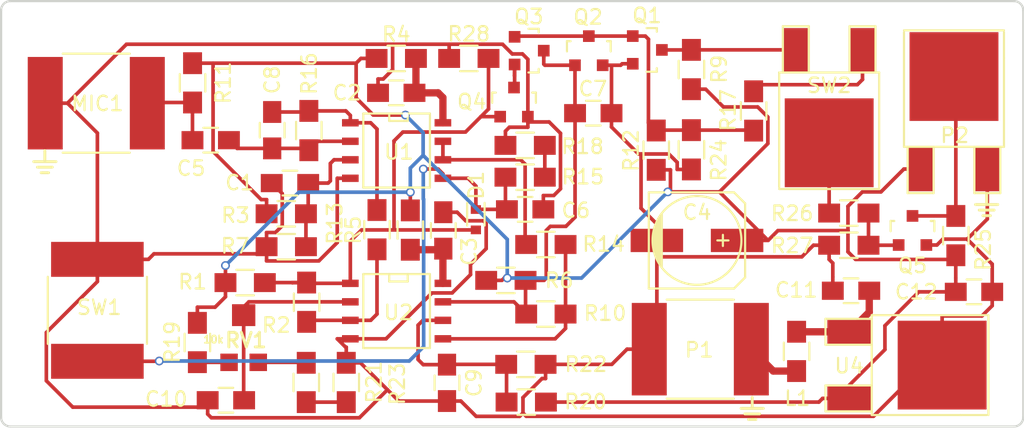
<source format=kicad_pcb>
(kicad_pcb (version 20171130) (host pcbnew "(5.1.12)-1")

  (general
    (thickness 1.6)
    (drawings 20)
    (tracks 382)
    (zones 0)
    (modules 55)
    (nets 30)
  )

  (page A4)
  (layers
    (0 F.Cu signal)
    (31 B.Cu signal)
    (32 B.Adhes user)
    (33 F.Adhes user)
    (34 B.Paste user)
    (35 F.Paste user)
    (36 B.SilkS user)
    (37 F.SilkS user)
    (38 B.Mask user)
    (39 F.Mask user)
    (40 Dwgs.User user)
    (41 Cmts.User user)
    (42 Eco1.User user)
    (43 Eco2.User user)
    (44 Edge.Cuts user)
    (45 Margin user)
    (46 B.CrtYd user)
    (47 F.CrtYd user)
    (48 B.Fab user)
    (49 F.Fab user)
  )

  (setup
    (last_trace_width 0.25)
    (user_trace_width 0.5)
    (trace_clearance 0.2)
    (zone_clearance 0.254)
    (zone_45_only no)
    (trace_min 0.2)
    (via_size 0.6)
    (via_drill 0.4)
    (via_min_size 0.4)
    (via_min_drill 0.3)
    (uvia_size 0.3)
    (uvia_drill 0.1)
    (uvias_allowed no)
    (uvia_min_size 0.2)
    (uvia_min_drill 0.1)
    (edge_width 0.15)
    (segment_width 0.2)
    (pcb_text_width 0.3)
    (pcb_text_size 1.5 1.5)
    (mod_edge_width 0.15)
    (mod_text_size 1 1)
    (mod_text_width 0.15)
    (pad_size 1.524 1.524)
    (pad_drill 0.762)
    (pad_to_mask_clearance 0.2)
    (aux_axis_origin 0 0)
    (visible_elements 7FFFFFFF)
    (pcbplotparams
      (layerselection 0x010f0_80000001)
      (usegerberextensions false)
      (usegerberattributes true)
      (usegerberadvancedattributes true)
      (creategerberjobfile true)
      (excludeedgelayer true)
      (linewidth 0.100000)
      (plotframeref false)
      (viasonmask false)
      (mode 1)
      (useauxorigin false)
      (hpglpennumber 1)
      (hpglpenspeed 20)
      (hpglpendiameter 15.000000)
      (psnegative false)
      (psa4output false)
      (plotreference true)
      (plotvalue true)
      (plotinvisibletext false)
      (padsonsilk false)
      (subtractmaskfromsilk false)
      (outputformat 1)
      (mirror false)
      (drillshape 0)
      (scaleselection 1)
      (outputdirectory "../Gerbers/"))
  )

  (net 0 "")
  (net 1 "Net-(C1-Pad1)")
  (net 2 GND)
  (net 3 "Net-(C2-Pad2)")
  (net 4 "Net-(C3-Pad2)")
  (net 5 "Net-(C5-Pad1)")
  (net 6 "Net-(C5-Pad2)")
  (net 7 "Net-(C6-Pad1)")
  (net 8 "Net-(C7-Pad1)")
  (net 9 "Net-(C8-Pad1)")
  (net 10 "Net-(C9-Pad1)")
  (net 11 "Net-(C10-Pad1)")
  (net 12 "Net-(C11-Pad1)")
  (net 13 +5V)
  (net 14 "Net-(D1-Pad2)")
  (net 15 "Net-(L1-Pad1)")
  (net 16 "Net-(Q1-Pad3)")
  (net 17 "Net-(Q3-Pad2)")
  (net 18 "Net-(R10-Pad2)")
  (net 19 "Net-(R14-Pad2)")
  (net 20 "Net-(R17-Pad1)")
  (net 21 "Net-(Q1-Pad1)")
  (net 22 "Net-(Q5-Pad1)")
  (net 23 "Net-(R13-Pad1)")
  (net 24 "Net-(R15-Pad1)")
  (net 25 "Net-(R19-Pad1)")
  (net 26 "Net-(R21-Pad1)")
  (net 27 "Net-(R21-Pad2)")
  (net 28 "Net-(R26-Pad2)")
  (net 29 "Net-(P2-Pad2)")

  (net_class Default "This is the default net class."
    (clearance 0.2)
    (trace_width 0.25)
    (via_dia 0.6)
    (via_drill 0.4)
    (uvia_dia 0.3)
    (uvia_drill 0.1)
    (add_net +5V)
    (add_net GND)
    (add_net "Net-(C1-Pad1)")
    (add_net "Net-(C10-Pad1)")
    (add_net "Net-(C11-Pad1)")
    (add_net "Net-(C2-Pad2)")
    (add_net "Net-(C3-Pad2)")
    (add_net "Net-(C5-Pad1)")
    (add_net "Net-(C5-Pad2)")
    (add_net "Net-(C6-Pad1)")
    (add_net "Net-(C7-Pad1)")
    (add_net "Net-(C8-Pad1)")
    (add_net "Net-(C9-Pad1)")
    (add_net "Net-(D1-Pad2)")
    (add_net "Net-(L1-Pad1)")
    (add_net "Net-(P2-Pad2)")
    (add_net "Net-(Q1-Pad1)")
    (add_net "Net-(Q1-Pad3)")
    (add_net "Net-(Q3-Pad2)")
    (add_net "Net-(Q5-Pad1)")
    (add_net "Net-(R10-Pad2)")
    (add_net "Net-(R13-Pad1)")
    (add_net "Net-(R14-Pad2)")
    (add_net "Net-(R15-Pad1)")
    (add_net "Net-(R17-Pad1)")
    (add_net "Net-(R19-Pad1)")
    (add_net "Net-(R21-Pad1)")
    (add_net "Net-(R21-Pad2)")
    (add_net "Net-(R26-Pad2)")
  )

  (module Capacitors_SMD:C_2225_HandSoldering (layer F.Cu) (tedit 58057115) (tstamp 58055F9E)
    (at 122.225 83.5914 180)
    (descr "Capacitor SMD 2225, hand soldering")
    (tags "capacitor 2225")
    (path /57FECBF2)
    (attr smd)
    (fp_text reference MIC1 (at -0.0762 -0.0254) (layer F.SilkS)
      (effects (font (size 1 1) (thickness 0.15)))
    )
    (fp_text value POM-3535 (at 0 4.7 180) (layer F.Fab)
      (effects (font (size 1 1) (thickness 0.15)))
    )
    (fp_line (start -2.3 3.4) (end 2.3 3.4) (layer F.SilkS) (width 0.15))
    (fp_line (start 2.3 -3.4) (end -2.3 -3.4) (layer F.SilkS) (width 0.15))
    (fp_line (start 5 -3.55) (end 5 3.55) (layer F.CrtYd) (width 0.05))
    (fp_line (start -5 -3.55) (end -5 3.55) (layer F.CrtYd) (width 0.05))
    (fp_line (start -5 3.55) (end 5 3.55) (layer F.CrtYd) (width 0.05))
    (fp_line (start -5 -3.55) (end 5 -3.55) (layer F.CrtYd) (width 0.05))
    (pad 1 smd rect (at -3.5 0 180) (size 2.4 6.35) (layers F.Cu F.Paste F.Mask)
      (net 6 "Net-(C5-Pad2)"))
    (pad 2 smd rect (at 3.5 0 180) (size 2.4 6.35) (layers F.Cu F.Paste F.Mask)
      (net 2 GND))
    (model Capacitors_SMD.3dshapes/C_2225_HandSoldering.wrl
      (at (xyz 0 0 0))
      (scale (xyz 1 1 1))
      (rotate (xyz 0 0 0))
    )
  )

  (module Capacitors_SMD:C_0805_HandSoldering (layer F.Cu) (tedit 5) (tstamp 58055EEE)
    (at 135.509 89.0778 180)
    (descr "Capacitor SMD 0805, hand soldering")
    (tags "capacitor 0805")
    (path /5801C8F1)
    (attr smd)
    (fp_text reference C1 (at 3.4544 0.0254 180) (layer F.SilkS)
      (effects (font (size 1 1) (thickness 0.15)))
    )
    (fp_text value 0.1uF (at 0 2.1 180) (layer F.Fab)
      (effects (font (size 1 1) (thickness 0.15)))
    )
    (fp_line (start -0.5 0.85) (end 0.5 0.85) (layer F.SilkS) (width 0.15))
    (fp_line (start 0.5 -0.85) (end -0.5 -0.85) (layer F.SilkS) (width 0.15))
    (fp_line (start 2.3 -1) (end 2.3 1) (layer F.CrtYd) (width 0.05))
    (fp_line (start -2.3 -1) (end -2.3 1) (layer F.CrtYd) (width 0.05))
    (fp_line (start -2.3 1) (end 2.3 1) (layer F.CrtYd) (width 0.05))
    (fp_line (start -2.3 -1) (end 2.3 -1) (layer F.CrtYd) (width 0.05))
    (pad 1 smd rect (at -1.25 0 180) (size 1.5 1.25) (layers F.Cu F.Paste F.Mask)
      (net 1 "Net-(C1-Pad1)"))
    (pad 2 smd rect (at 1.25 0 180) (size 1.5 1.25) (layers F.Cu F.Paste F.Mask)
      (net 2 GND))
    (model Capacitors_SMD.3dshapes/C_0805_HandSoldering.wrl
      (at (xyz 0 0 0))
      (scale (xyz 1 1 1))
      (rotate (xyz 0 0 0))
    )
  )

  (module Capacitors_SMD:C_0805_HandSoldering (layer F.Cu) (tedit 5807523D) (tstamp 58055EFA)
    (at 142.799 82.8802)
    (descr "Capacitor SMD 0805, hand soldering")
    (tags "capacitor 0805")
    (path /5801C7C5)
    (attr smd)
    (fp_text reference C2 (at -3.3782 0) (layer F.SilkS)
      (effects (font (size 1 1) (thickness 0.15)))
    )
    (fp_text value 0.1uF (at 0 2.1) (layer F.Fab)
      (effects (font (size 1 1) (thickness 0.15)))
    )
    (fp_line (start -0.5 0.85) (end 0.5 0.85) (layer F.SilkS) (width 0.15))
    (fp_line (start 0.5 -0.85) (end -0.5 -0.85) (layer F.SilkS) (width 0.15))
    (fp_line (start 2.3 -1) (end 2.3 1) (layer F.CrtYd) (width 0.05))
    (fp_line (start -2.3 -1) (end -2.3 1) (layer F.CrtYd) (width 0.05))
    (fp_line (start -2.3 1) (end 2.3 1) (layer F.CrtYd) (width 0.05))
    (fp_line (start -2.3 -1) (end 2.3 -1) (layer F.CrtYd) (width 0.05))
    (pad 1 smd rect (at -1.25 0) (size 1.5 1.25) (layers F.Cu F.Paste F.Mask)
      (net 2 GND))
    (pad 2 smd rect (at 1.25 0) (size 1.5 1.25) (layers F.Cu F.Paste F.Mask)
      (net 3 "Net-(C2-Pad2)"))
    (model Capacitors_SMD.3dshapes/C_0805_HandSoldering.wrl
      (at (xyz 0 0 0))
      (scale (xyz 1 1 1))
      (rotate (xyz 0 0 0))
    )
  )

  (module Capacitors_SMD:C_0805_HandSoldering (layer F.Cu) (tedit 58057D1B) (tstamp 58055F06)
    (at 146.025 92.329 270)
    (descr "Capacitor SMD 0805, hand soldering")
    (tags "capacitor 0805")
    (path /5801D232)
    (attr smd)
    (fp_text reference C3 (at 1.4478 -1.778 270) (layer F.SilkS)
      (effects (font (size 1 1) (thickness 0.15)))
    )
    (fp_text value 0.1uF (at 0 2.1 270) (layer F.Fab)
      (effects (font (size 1 1) (thickness 0.15)))
    )
    (fp_line (start -0.5 0.85) (end 0.5 0.85) (layer F.SilkS) (width 0.15))
    (fp_line (start 0.5 -0.85) (end -0.5 -0.85) (layer F.SilkS) (width 0.15))
    (fp_line (start 2.3 -1) (end 2.3 1) (layer F.CrtYd) (width 0.05))
    (fp_line (start -2.3 -1) (end -2.3 1) (layer F.CrtYd) (width 0.05))
    (fp_line (start -2.3 1) (end 2.3 1) (layer F.CrtYd) (width 0.05))
    (fp_line (start -2.3 -1) (end 2.3 -1) (layer F.CrtYd) (width 0.05))
    (pad 1 smd rect (at -1.25 0 270) (size 1.5 1.25) (layers F.Cu F.Paste F.Mask)
      (net 2 GND))
    (pad 2 smd rect (at 1.25 0 270) (size 1.5 1.25) (layers F.Cu F.Paste F.Mask)
      (net 4 "Net-(C3-Pad2)"))
    (model Capacitors_SMD.3dshapes/C_0805_HandSoldering.wrl
      (at (xyz 0 0 0))
      (scale (xyz 1 1 1))
      (rotate (xyz 0 0 0))
    )
  )

  (module Capacitors_SMD:c_elec_6.3x5.8 (layer F.Cu) (tedit 58056EEC) (tstamp 58055F1E)
    (at 163.424 93.0148)
    (descr "SMT capacitor, aluminium electrolytic, 6.3x5.8")
    (path /5805487D)
    (attr smd)
    (fp_text reference C4 (at 0 -1.9304) (layer F.SilkS)
      (effects (font (size 1 1) (thickness 0.15)))
    )
    (fp_text value 100uF (at 0 4.445) (layer F.Fab)
      (effects (font (size 1 1) (thickness 0.15)))
    )
    (fp_circle (center 0 0) (end -3.048 0) (layer F.SilkS) (width 0.15))
    (fp_line (start 1.778 -0.381) (end 1.778 0.381) (layer F.SilkS) (width 0.15))
    (fp_line (start 2.159 0) (end 1.397 0) (layer F.SilkS) (width 0.15))
    (fp_line (start 2.54 -3.302) (end -3.302 -3.302) (layer F.SilkS) (width 0.15))
    (fp_line (start 3.302 -2.54) (end 2.54 -3.302) (layer F.SilkS) (width 0.15))
    (fp_line (start 3.302 2.54) (end 3.302 -2.54) (layer F.SilkS) (width 0.15))
    (fp_line (start 2.54 3.302) (end 3.302 2.54) (layer F.SilkS) (width 0.15))
    (fp_line (start -3.302 3.302) (end 2.54 3.302) (layer F.SilkS) (width 0.15))
    (fp_line (start -3.302 -3.302) (end -3.302 3.302) (layer F.SilkS) (width 0.15))
    (fp_line (start -2.413 -1.778) (end -2.413 1.778) (layer F.SilkS) (width 0.15))
    (fp_line (start -2.54 1.651) (end -2.54 -1.651) (layer F.SilkS) (width 0.15))
    (fp_line (start -2.667 -1.397) (end -2.667 1.397) (layer F.SilkS) (width 0.15))
    (fp_line (start -2.794 1.143) (end -2.794 -1.143) (layer F.SilkS) (width 0.15))
    (fp_line (start -2.921 -0.762) (end -2.921 0.762) (layer F.SilkS) (width 0.15))
    (fp_line (start -4.85 3.65) (end -4.85 -3.65) (layer F.CrtYd) (width 0.05))
    (fp_line (start 4.85 3.65) (end -4.85 3.65) (layer F.CrtYd) (width 0.05))
    (fp_line (start 4.85 -3.7) (end 4.85 3.65) (layer F.CrtYd) (width 0.05))
    (fp_line (start -4.85 -3.65) (end 4.85 -3.7) (layer F.CrtYd) (width 0.05))
    (pad 1 smd rect (at 2.75082 0) (size 3.59918 1.6002) (layers F.Cu F.Paste F.Mask)
      (net 13 +5V))
    (pad 2 smd rect (at -2.75082 0) (size 3.59918 1.6002) (layers F.Cu F.Paste F.Mask)
      (net 2 GND))
    (model Capacitors_SMD.3dshapes/c_elec_6.3x5.8.wrl
      (at (xyz 0 0 0))
      (scale (xyz 1 1 1))
      (rotate (xyz 0 0 0))
    )
  )

  (module Capacitors_SMD:C_0805_HandSoldering (layer F.Cu) (tedit 5) (tstamp 58055F2A)
    (at 130.073 86.1314 180)
    (descr "Capacitor SMD 0805, hand soldering")
    (tags "capacitor 0805")
    (path /57FECCF6)
    (attr smd)
    (fp_text reference C5 (at 1.3462 -1.9304 180) (layer F.SilkS)
      (effects (font (size 1 1) (thickness 0.15)))
    )
    (fp_text value 0.1uF (at 0 2.1 180) (layer F.Fab)
      (effects (font (size 1 1) (thickness 0.15)))
    )
    (fp_line (start -0.5 0.85) (end 0.5 0.85) (layer F.SilkS) (width 0.15))
    (fp_line (start 0.5 -0.85) (end -0.5 -0.85) (layer F.SilkS) (width 0.15))
    (fp_line (start 2.3 -1) (end 2.3 1) (layer F.CrtYd) (width 0.05))
    (fp_line (start -2.3 -1) (end -2.3 1) (layer F.CrtYd) (width 0.05))
    (fp_line (start -2.3 1) (end 2.3 1) (layer F.CrtYd) (width 0.05))
    (fp_line (start -2.3 -1) (end 2.3 -1) (layer F.CrtYd) (width 0.05))
    (pad 1 smd rect (at -1.25 0 180) (size 1.5 1.25) (layers F.Cu F.Paste F.Mask)
      (net 5 "Net-(C5-Pad1)"))
    (pad 2 smd rect (at 1.25 0 180) (size 1.5 1.25) (layers F.Cu F.Paste F.Mask)
      (net 6 "Net-(C5-Pad2)"))
    (model Capacitors_SMD.3dshapes/C_0805_HandSoldering.wrl
      (at (xyz 0 0 0))
      (scale (xyz 1 1 1))
      (rotate (xyz 0 0 0))
    )
  )

  (module Capacitors_SMD:C_0805_HandSoldering (layer F.Cu) (tedit 58056270) (tstamp 58055F36)
    (at 151.638 90.8812)
    (descr "Capacitor SMD 0805, hand soldering")
    (tags "capacitor 0805")
    (path /57FF00AD)
    (attr smd)
    (fp_text reference C6 (at 3.4798 0.0762) (layer F.SilkS)
      (effects (font (size 1 1) (thickness 0.15)))
    )
    (fp_text value 10uF (at 0 2.1) (layer F.Fab)
      (effects (font (size 1 1) (thickness 0.15)))
    )
    (fp_line (start -0.5 0.85) (end 0.5 0.85) (layer F.SilkS) (width 0.15))
    (fp_line (start 0.5 -0.85) (end -0.5 -0.85) (layer F.SilkS) (width 0.15))
    (fp_line (start 2.3 -1) (end 2.3 1) (layer F.CrtYd) (width 0.05))
    (fp_line (start -2.3 -1) (end -2.3 1) (layer F.CrtYd) (width 0.05))
    (fp_line (start -2.3 1) (end 2.3 1) (layer F.CrtYd) (width 0.05))
    (fp_line (start -2.3 -1) (end 2.3 -1) (layer F.CrtYd) (width 0.05))
    (pad 1 smd rect (at -1.25 0) (size 1.5 1.25) (layers F.Cu F.Paste F.Mask)
      (net 7 "Net-(C6-Pad1)"))
    (pad 2 smd rect (at 1.25 0) (size 1.5 1.25) (layers F.Cu F.Paste F.Mask)
      (net 2 GND))
    (model Capacitors_SMD.3dshapes/C_0805_HandSoldering.wrl
      (at (xyz 0 0 0))
      (scale (xyz 1 1 1))
      (rotate (xyz 0 0 0))
    )
  )

  (module Capacitors_SMD:C_0805_HandSoldering (layer F.Cu) (tedit 58056A39) (tstamp 58055F42)
    (at 156.312 84.2772)
    (descr "Capacitor SMD 0805, hand soldering")
    (tags "capacitor 0805")
    (path /5802B134)
    (attr smd)
    (fp_text reference C7 (at -0.0254 -1.6764) (layer F.SilkS)
      (effects (font (size 1 1) (thickness 0.15)))
    )
    (fp_text value 10uF (at 0 2.1) (layer F.Fab)
      (effects (font (size 1 1) (thickness 0.15)))
    )
    (fp_line (start -0.5 0.85) (end 0.5 0.85) (layer F.SilkS) (width 0.15))
    (fp_line (start 0.5 -0.85) (end -0.5 -0.85) (layer F.SilkS) (width 0.15))
    (fp_line (start 2.3 -1) (end 2.3 1) (layer F.CrtYd) (width 0.05))
    (fp_line (start -2.3 -1) (end -2.3 1) (layer F.CrtYd) (width 0.05))
    (fp_line (start -2.3 1) (end 2.3 1) (layer F.CrtYd) (width 0.05))
    (fp_line (start -2.3 -1) (end 2.3 -1) (layer F.CrtYd) (width 0.05))
    (pad 1 smd rect (at -1.25 0) (size 1.5 1.25) (layers F.Cu F.Paste F.Mask)
      (net 8 "Net-(C7-Pad1)"))
    (pad 2 smd rect (at 1.25 0) (size 1.5 1.25) (layers F.Cu F.Paste F.Mask)
      (net 2 GND))
    (model Capacitors_SMD.3dshapes/C_0805_HandSoldering.wrl
      (at (xyz 0 0 0))
      (scale (xyz 1 1 1))
      (rotate (xyz 0 0 0))
    )
  )

  (module Capacitors_SMD:C_0805_HandSoldering (layer F.Cu) (tedit 58055DA5) (tstamp 58055F4E)
    (at 134.29 85.4456 270)
    (descr "Capacitor SMD 0805, hand soldering")
    (tags "capacitor 0805")
    (path /57FED09A)
    (attr smd)
    (fp_text reference C8 (at -3.4544 0 270) (layer F.SilkS)
      (effects (font (size 1 1) (thickness 0.15)))
    )
    (fp_text value 100pF (at 0 2.1 270) (layer F.Fab)
      (effects (font (size 1 1) (thickness 0.15)))
    )
    (fp_line (start -0.5 0.85) (end 0.5 0.85) (layer F.SilkS) (width 0.15))
    (fp_line (start 0.5 -0.85) (end -0.5 -0.85) (layer F.SilkS) (width 0.15))
    (fp_line (start 2.3 -1) (end 2.3 1) (layer F.CrtYd) (width 0.05))
    (fp_line (start -2.3 -1) (end -2.3 1) (layer F.CrtYd) (width 0.05))
    (fp_line (start -2.3 1) (end 2.3 1) (layer F.CrtYd) (width 0.05))
    (fp_line (start -2.3 -1) (end 2.3 -1) (layer F.CrtYd) (width 0.05))
    (pad 1 smd rect (at -1.25 0 270) (size 1.5 1.25) (layers F.Cu F.Paste F.Mask)
      (net 9 "Net-(C8-Pad1)"))
    (pad 2 smd rect (at 1.25 0 270) (size 1.5 1.25) (layers F.Cu F.Paste F.Mask)
      (net 5 "Net-(C5-Pad1)"))
    (model Capacitors_SMD.3dshapes/C_0805_HandSoldering.wrl
      (at (xyz 0 0 0))
      (scale (xyz 1 1 1))
      (rotate (xyz 0 0 0))
    )
  )

  (module Capacitors_SMD:C_0805_HandSoldering (layer F.Cu) (tedit 58057CE1) (tstamp 58055F5A)
    (at 146.279 102.794 270)
    (descr "Capacitor SMD 0805, hand soldering")
    (tags "capacitor 0805")
    (path /5801D8B7)
    (attr smd)
    (fp_text reference C9 (at 0 -1.8542 270) (layer F.SilkS)
      (effects (font (size 1 1) (thickness 0.15)))
    )
    (fp_text value 0.1uF (at 0 2.1 270) (layer F.Fab)
      (effects (font (size 1 1) (thickness 0.15)))
    )
    (fp_line (start -0.5 0.85) (end 0.5 0.85) (layer F.SilkS) (width 0.15))
    (fp_line (start 0.5 -0.85) (end -0.5 -0.85) (layer F.SilkS) (width 0.15))
    (fp_line (start 2.3 -1) (end 2.3 1) (layer F.CrtYd) (width 0.05))
    (fp_line (start -2.3 -1) (end -2.3 1) (layer F.CrtYd) (width 0.05))
    (fp_line (start -2.3 1) (end 2.3 1) (layer F.CrtYd) (width 0.05))
    (fp_line (start -2.3 -1) (end 2.3 -1) (layer F.CrtYd) (width 0.05))
    (pad 1 smd rect (at -1.25 0 270) (size 1.5 1.25) (layers F.Cu F.Paste F.Mask)
      (net 10 "Net-(C9-Pad1)"))
    (pad 2 smd rect (at 1.25 0 270) (size 1.5 1.25) (layers F.Cu F.Paste F.Mask)
      (net 2 GND))
    (model Capacitors_SMD.3dshapes/C_0805_HandSoldering.wrl
      (at (xyz 0 0 0))
      (scale (xyz 1 1 1))
      (rotate (xyz 0 0 0))
    )
  )

  (module Capacitors_SMD:C_0805_HandSoldering (layer F.Cu) (tedit 58056BEA) (tstamp 58055F66)
    (at 131.115 103.988 180)
    (descr "Capacitor SMD 0805, hand soldering")
    (tags "capacitor 0805")
    (path /5801D4A4)
    (attr smd)
    (fp_text reference C10 (at 4.0894 0.0762 180) (layer F.SilkS)
      (effects (font (size 1 1) (thickness 0.15)))
    )
    (fp_text value 0.1uF (at 0 2.1 180) (layer F.Fab)
      (effects (font (size 1 1) (thickness 0.15)))
    )
    (fp_line (start -0.5 0.85) (end 0.5 0.85) (layer F.SilkS) (width 0.15))
    (fp_line (start 0.5 -0.85) (end -0.5 -0.85) (layer F.SilkS) (width 0.15))
    (fp_line (start 2.3 -1) (end 2.3 1) (layer F.CrtYd) (width 0.05))
    (fp_line (start -2.3 -1) (end -2.3 1) (layer F.CrtYd) (width 0.05))
    (fp_line (start -2.3 1) (end 2.3 1) (layer F.CrtYd) (width 0.05))
    (fp_line (start -2.3 -1) (end 2.3 -1) (layer F.CrtYd) (width 0.05))
    (pad 1 smd rect (at -1.25 0 180) (size 1.5 1.25) (layers F.Cu F.Paste F.Mask)
      (net 11 "Net-(C10-Pad1)"))
    (pad 2 smd rect (at 1.25 0 180) (size 1.5 1.25) (layers F.Cu F.Paste F.Mask)
      (net 2 GND))
    (model Capacitors_SMD.3dshapes/C_0805_HandSoldering.wrl
      (at (xyz 0 0 0))
      (scale (xyz 1 1 1))
      (rotate (xyz 0 0 0))
    )
  )

  (module Capacitors_SMD:C_0805_HandSoldering (layer F.Cu) (tedit 58056CDF) (tstamp 58055F72)
    (at 173.99 96.4692 180)
    (descr "Capacitor SMD 0805, hand soldering")
    (tags "capacitor 0805")
    (path /58000190)
    (attr smd)
    (fp_text reference C11 (at 3.7592 0.0508 180) (layer F.SilkS)
      (effects (font (size 1 1) (thickness 0.15)))
    )
    (fp_text value 0.33uF (at 0 2.1 180) (layer F.Fab)
      (effects (font (size 1 1) (thickness 0.15)))
    )
    (fp_line (start -0.5 0.85) (end 0.5 0.85) (layer F.SilkS) (width 0.15))
    (fp_line (start 0.5 -0.85) (end -0.5 -0.85) (layer F.SilkS) (width 0.15))
    (fp_line (start 2.3 -1) (end 2.3 1) (layer F.CrtYd) (width 0.05))
    (fp_line (start -2.3 -1) (end -2.3 1) (layer F.CrtYd) (width 0.05))
    (fp_line (start -2.3 1) (end 2.3 1) (layer F.CrtYd) (width 0.05))
    (fp_line (start -2.3 -1) (end 2.3 -1) (layer F.CrtYd) (width 0.05))
    (pad 1 smd rect (at -1.25 0 180) (size 1.5 1.25) (layers F.Cu F.Paste F.Mask)
      (net 12 "Net-(C11-Pad1)"))
    (pad 2 smd rect (at 1.25 0 180) (size 1.5 1.25) (layers F.Cu F.Paste F.Mask)
      (net 2 GND))
    (model Capacitors_SMD.3dshapes/C_0805_HandSoldering.wrl
      (at (xyz 0 0 0))
      (scale (xyz 1 1 1))
      (rotate (xyz 0 0 0))
    )
  )

  (module Capacitors_SMD:C_0805_HandSoldering (layer F.Cu) (tedit 58056CF4) (tstamp 58055F7E)
    (at 182.423 96.5454)
    (descr "Capacitor SMD 0805, hand soldering")
    (tags "capacitor 0805")
    (path /5801DDC3)
    (attr smd)
    (fp_text reference C12 (at -3.9624 0) (layer F.SilkS)
      (effects (font (size 1 1) (thickness 0.15)))
    )
    (fp_text value 0.1uF (at 0 2.1) (layer F.Fab)
      (effects (font (size 1 1) (thickness 0.15)))
    )
    (fp_line (start -0.5 0.85) (end 0.5 0.85) (layer F.SilkS) (width 0.15))
    (fp_line (start 0.5 -0.85) (end -0.5 -0.85) (layer F.SilkS) (width 0.15))
    (fp_line (start 2.3 -1) (end 2.3 1) (layer F.CrtYd) (width 0.05))
    (fp_line (start -2.3 -1) (end -2.3 1) (layer F.CrtYd) (width 0.05))
    (fp_line (start -2.3 1) (end 2.3 1) (layer F.CrtYd) (width 0.05))
    (fp_line (start -2.3 -1) (end 2.3 -1) (layer F.CrtYd) (width 0.05))
    (pad 1 smd rect (at -1.25 0) (size 1.5 1.25) (layers F.Cu F.Paste F.Mask)
      (net 13 +5V))
    (pad 2 smd rect (at 1.25 0) (size 1.5 1.25) (layers F.Cu F.Paste F.Mask)
      (net 2 GND))
    (model Capacitors_SMD.3dshapes/C_0805_HandSoldering.wrl
      (at (xyz 0 0 0))
      (scale (xyz 1 1 1))
      (rotate (xyz 0 0 0))
    )
  )

  (module Diodes_SMD:SOD-523 (layer F.Cu) (tedit 580563A4) (tstamp 58055F86)
    (at 148.26 91.5924 90)
    (descr "http://www.diodes.com/datasheets/ap02001.pdf p.144")
    (tags "Diode SOD523")
    (path /5801ACE1)
    (attr smd)
    (fp_text reference D1 (at 2.3622 0.0254 90) (layer F.SilkS)
      (effects (font (size 1 1) (thickness 0.15)))
    )
    (fp_text value 1N4148 (at 0 1.7 90) (layer F.Fab)
      (effects (font (size 1 1) (thickness 0.15)))
    )
    (fp_line (start -0.4 -0.6) (end 1.15 -0.6) (layer F.SilkS) (width 0.15))
    (fp_line (start -0.4 0.6) (end 1.15 0.6) (layer F.SilkS) (width 0.15))
    (pad 2 smd rect (at -0.7 0 90) (size 0.6 0.7) (layers F.Cu F.Paste F.Mask)
      (net 14 "Net-(D1-Pad2)"))
    (pad 1 smd rect (at 0.7 0 90) (size 0.6 0.7) (layers F.Cu F.Paste F.Mask)
      (net 7 "Net-(C6-Pad1)"))
  )

  (module Resistors_SMD:R_0805_HandSoldering (layer F.Cu) (tedit 58056C2B) (tstamp 58055F92)
    (at 170.256 100.635 90)
    (descr "Resistor SMD 0805, hand soldering")
    (tags "resistor 0805")
    (path /5800062F)
    (attr smd)
    (fp_text reference L1 (at -3.2258 0.0508 180) (layer F.SilkS)
      (effects (font (size 1 1) (thickness 0.15)))
    )
    (fp_text value 10uH (at 0 2.1 90) (layer F.Fab)
      (effects (font (size 1 1) (thickness 0.15)))
    )
    (fp_line (start -0.6 -0.875) (end 0.6 -0.875) (layer F.SilkS) (width 0.15))
    (fp_line (start 0.6 0.875) (end -0.6 0.875) (layer F.SilkS) (width 0.15))
    (fp_line (start 2.4 -1) (end 2.4 1) (layer F.CrtYd) (width 0.05))
    (fp_line (start -2.4 -1) (end -2.4 1) (layer F.CrtYd) (width 0.05))
    (fp_line (start -2.4 1) (end 2.4 1) (layer F.CrtYd) (width 0.05))
    (fp_line (start -2.4 -1) (end 2.4 -1) (layer F.CrtYd) (width 0.05))
    (pad 1 smd rect (at -1.35 0 90) (size 1.5 1.3) (layers F.Cu F.Paste F.Mask)
      (net 15 "Net-(L1-Pad1)"))
    (pad 2 smd rect (at 1.35 0 90) (size 1.5 1.3) (layers F.Cu F.Paste F.Mask)
      (net 12 "Net-(C11-Pad1)"))
    (model Resistors_SMD.3dshapes/R_0805_HandSoldering.wrl
      (at (xyz 0 0 0))
      (scale (xyz 1 1 1))
      (rotate (xyz 0 0 0))
    )
  )

  (module Capacitors_SMD:C_2225_HandSoldering (layer F.Cu) (tedit 58056BB7) (tstamp 58055FAA)
    (at 163.652 100.482)
    (descr "Capacitor SMD 2225, hand soldering")
    (tags "capacitor 2225")
    (path /5802CD61)
    (attr smd)
    (fp_text reference P1 (at -0.0762 0.0508) (layer F.SilkS)
      (effects (font (size 1 1) (thickness 0.15)))
    )
    (fp_text value +9V (at 0 4.7) (layer F.Fab)
      (effects (font (size 1 1) (thickness 0.15)))
    )
    (fp_line (start -2.3 3.4) (end 2.3 3.4) (layer F.SilkS) (width 0.15))
    (fp_line (start 2.3 -3.4) (end -2.3 -3.4) (layer F.SilkS) (width 0.15))
    (fp_line (start 5 -3.55) (end 5 3.55) (layer F.CrtYd) (width 0.05))
    (fp_line (start -5 -3.55) (end -5 3.55) (layer F.CrtYd) (width 0.05))
    (fp_line (start -5 3.55) (end 5 3.55) (layer F.CrtYd) (width 0.05))
    (fp_line (start -5 -3.55) (end 5 -3.55) (layer F.CrtYd) (width 0.05))
    (pad 1 smd rect (at -3.5 0) (size 2.4 6.35) (layers F.Cu F.Paste F.Mask)
      (net 2 GND))
    (pad 2 smd rect (at 3.5 0) (size 2.4 6.35) (layers F.Cu F.Paste F.Mask)
      (net 15 "Net-(L1-Pad1)"))
    (model Capacitors_SMD.3dshapes/C_2225_HandSoldering.wrl
      (at (xyz 0 0 0))
      (scale (xyz 1 1 1))
      (rotate (xyz 0 0 0))
    )
  )

  (module TO_SOT_Packages_SMD:TO-252-2Lead (layer F.Cu) (tedit 58056C5D) (tstamp 58055FBC)
    (at 181.051 88.1126)
    (descr "DPAK / TO-252 2-lead smd package")
    (tags "dpak TO-252")
    (path /58055EC6)
    (attr smd)
    (fp_text reference P2 (at 0.0508 -2.3114) (layer F.SilkS)
      (effects (font (size 1 1) (thickness 0.15)))
    )
    (fp_text value "Trigger Out" (at 0 -2.413) (layer F.Fab)
      (effects (font (size 1 1) (thickness 0.15)))
    )
    (fp_line (start 3.429 -9.398) (end 3.429 -7.62) (layer F.SilkS) (width 0.15))
    (fp_line (start -3.429 -9.525) (end 3.429 -9.525) (layer F.SilkS) (width 0.15))
    (fp_line (start -3.429 -1.524) (end -3.429 -9.398) (layer F.SilkS) (width 0.15))
    (fp_line (start 3.429 -1.524) (end -3.429 -1.524) (layer F.SilkS) (width 0.15))
    (fp_line (start 3.429 -7.62) (end 3.429 -1.524) (layer F.SilkS) (width 0.15))
    (fp_line (start -1.397 1.651) (end -1.397 -1.524) (layer F.SilkS) (width 0.15))
    (fp_line (start -3.175 1.651) (end -1.397 1.651) (layer F.SilkS) (width 0.15))
    (fp_line (start -3.175 -1.524) (end -3.175 1.651) (layer F.SilkS) (width 0.15))
    (fp_line (start 3.175 1.651) (end 3.175 -1.524) (layer F.SilkS) (width 0.15))
    (fp_line (start 1.397 1.651) (end 3.175 1.651) (layer F.SilkS) (width 0.15))
    (fp_line (start 1.397 -1.524) (end 1.397 1.651) (layer F.SilkS) (width 0.15))
    (pad 1 smd rect (at -2.286 0) (size 1.651 3.048) (layers F.Cu F.Paste F.Mask)
      (net 13 +5V))
    (pad 2 smd rect (at 0 -6.35) (size 6.096 6.096) (layers F.Cu F.Paste F.Mask)
      (net 29 "Net-(P2-Pad2)"))
    (pad 3 smd rect (at 2.286 0) (size 1.651 3.048) (layers F.Cu F.Paste F.Mask)
      (net 2 GND))
    (model TO_SOT_Packages_SMD.3dshapes/TO-252-2Lead.wrl
      (at (xyz 0 0 0))
      (scale (xyz 1 1 1))
      (rotate (xyz 0 0 0))
    )
  )

  (module TO_SOT_Packages_SMD:SOT-23 (layer F.Cu) (tedit 580569A3) (tstamp 58055FCC)
    (at 160.02 79.9338 270)
    (descr "SOT-23, Standard")
    (tags SOT-23)
    (path /5801847A)
    (attr smd)
    (fp_text reference Q1 (at -2.3622 0.0254) (layer F.SilkS)
      (effects (font (size 1 1) (thickness 0.15)))
    )
    (fp_text value BS170 (at 0 2.3 270) (layer F.Fab)
      (effects (font (size 1 1) (thickness 0.15)))
    )
    (fp_line (start 1.49982 -0.65024) (end 1.49982 0.0508) (layer F.SilkS) (width 0.15))
    (fp_line (start 1.29916 -0.65024) (end 1.49982 -0.65024) (layer F.SilkS) (width 0.15))
    (fp_line (start -1.49982 -0.65024) (end -1.2509 -0.65024) (layer F.SilkS) (width 0.15))
    (fp_line (start -1.49982 0.0508) (end -1.49982 -0.65024) (layer F.SilkS) (width 0.15))
    (fp_line (start 1.29916 -0.65024) (end 1.2509 -0.65024) (layer F.SilkS) (width 0.15))
    (fp_line (start -1.65 1.6) (end -1.65 -1.6) (layer F.CrtYd) (width 0.05))
    (fp_line (start 1.65 1.6) (end -1.65 1.6) (layer F.CrtYd) (width 0.05))
    (fp_line (start 1.65 -1.6) (end 1.65 1.6) (layer F.CrtYd) (width 0.05))
    (fp_line (start -1.65 -1.6) (end 1.65 -1.6) (layer F.CrtYd) (width 0.05))
    (pad 1 smd rect (at -0.95 1.00076 270) (size 0.8001 0.8001) (layers F.Cu F.Paste F.Mask)
      (net 21 "Net-(Q1-Pad1)"))
    (pad 2 smd rect (at 0.95 1.00076 270) (size 0.8001 0.8001) (layers F.Cu F.Paste F.Mask)
      (net 2 GND))
    (pad 3 smd rect (at 0 -0.99822 270) (size 0.8001 0.8001) (layers F.Cu F.Paste F.Mask)
      (net 16 "Net-(Q1-Pad3)"))
    (model TO_SOT_Packages_SMD.3dshapes/SOT-23.wrl
      (at (xyz 0 0 0))
      (scale (xyz 1 1 1))
      (rotate (xyz 0 0 0))
    )
  )

  (module TO_SOT_Packages_SMD:SOT-23 (layer F.Cu) (tedit 5805696D) (tstamp 58055FDC)
    (at 156.007 79.9846)
    (descr "SOT-23, Standard")
    (tags SOT-23)
    (path /57FF34F7)
    (attr smd)
    (fp_text reference Q2 (at -0.0508 -2.3114) (layer F.SilkS)
      (effects (font (size 1 1) (thickness 0.15)))
    )
    (fp_text value BS170 (at 0 2.3) (layer F.Fab)
      (effects (font (size 1 1) (thickness 0.15)))
    )
    (fp_line (start 1.49982 -0.65024) (end 1.49982 0.0508) (layer F.SilkS) (width 0.15))
    (fp_line (start 1.29916 -0.65024) (end 1.49982 -0.65024) (layer F.SilkS) (width 0.15))
    (fp_line (start -1.49982 -0.65024) (end -1.2509 -0.65024) (layer F.SilkS) (width 0.15))
    (fp_line (start -1.49982 0.0508) (end -1.49982 -0.65024) (layer F.SilkS) (width 0.15))
    (fp_line (start 1.29916 -0.65024) (end 1.2509 -0.65024) (layer F.SilkS) (width 0.15))
    (fp_line (start -1.65 1.6) (end -1.65 -1.6) (layer F.CrtYd) (width 0.05))
    (fp_line (start 1.65 1.6) (end -1.65 1.6) (layer F.CrtYd) (width 0.05))
    (fp_line (start 1.65 -1.6) (end 1.65 1.6) (layer F.CrtYd) (width 0.05))
    (fp_line (start -1.65 -1.6) (end 1.65 -1.6) (layer F.CrtYd) (width 0.05))
    (pad 1 smd rect (at -0.95 1.00076) (size 0.8001 0.8001) (layers F.Cu F.Paste F.Mask)
      (net 8 "Net-(C7-Pad1)"))
    (pad 2 smd rect (at 0.95 1.00076) (size 0.8001 0.8001) (layers F.Cu F.Paste F.Mask)
      (net 2 GND))
    (pad 3 smd rect (at 0 -0.99822) (size 0.8001 0.8001) (layers F.Cu F.Paste F.Mask)
      (net 21 "Net-(Q1-Pad1)"))
    (model TO_SOT_Packages_SMD.3dshapes/SOT-23.wrl
      (at (xyz 0 0 0))
      (scale (xyz 1 1 1))
      (rotate (xyz 0 0 0))
    )
  )

  (module TO_SOT_Packages_SMD:SOT-23 (layer F.Cu) (tedit 58075251) (tstamp 58055FEC)
    (at 151.917 79.9846 270)
    (descr "SOT-23, Standard")
    (tags SOT-23)
    (path /58018925)
    (attr smd)
    (fp_text reference Q3 (at -2.3368 0.0254) (layer F.SilkS)
      (effects (font (size 1 1) (thickness 0.15)))
    )
    (fp_text value BS170 (at 0 2.3 270) (layer F.Fab)
      (effects (font (size 1 1) (thickness 0.15)))
    )
    (fp_line (start 1.49982 -0.65024) (end 1.49982 0.0508) (layer F.SilkS) (width 0.15))
    (fp_line (start 1.29916 -0.65024) (end 1.49982 -0.65024) (layer F.SilkS) (width 0.15))
    (fp_line (start -1.49982 -0.65024) (end -1.2509 -0.65024) (layer F.SilkS) (width 0.15))
    (fp_line (start -1.49982 0.0508) (end -1.49982 -0.65024) (layer F.SilkS) (width 0.15))
    (fp_line (start 1.29916 -0.65024) (end 1.2509 -0.65024) (layer F.SilkS) (width 0.15))
    (fp_line (start -1.65 1.6) (end -1.65 -1.6) (layer F.CrtYd) (width 0.05))
    (fp_line (start 1.65 1.6) (end -1.65 1.6) (layer F.CrtYd) (width 0.05))
    (fp_line (start 1.65 -1.6) (end 1.65 1.6) (layer F.CrtYd) (width 0.05))
    (fp_line (start -1.65 -1.6) (end 1.65 -1.6) (layer F.CrtYd) (width 0.05))
    (pad 1 smd rect (at -0.95 1.00076 270) (size 0.8001 0.8001) (layers F.Cu F.Paste F.Mask)
      (net 21 "Net-(Q1-Pad1)"))
    (pad 2 smd rect (at 0.95 1.00076 270) (size 0.8001 0.8001) (layers F.Cu F.Paste F.Mask)
      (net 17 "Net-(Q3-Pad2)"))
    (pad 3 smd rect (at 0 -0.99822 270) (size 0.8001 0.8001) (layers F.Cu F.Paste F.Mask)
      (net 8 "Net-(C7-Pad1)"))
    (model TO_SOT_Packages_SMD.3dshapes/SOT-23.wrl
      (at (xyz 0 0 0))
      (scale (xyz 1 1 1))
      (rotate (xyz 0 0 0))
    )
  )

  (module TO_SOT_Packages_SMD:SOT-23 (layer F.Cu) (tedit 580752A2) (tstamp 58055FFC)
    (at 150.876 83.5152)
    (descr "SOT-23, Standard")
    (tags SOT-23)
    (path /58018713)
    (attr smd)
    (fp_text reference Q4 (at -2.8956 -0.0254 180) (layer F.SilkS)
      (effects (font (size 1 1) (thickness 0.15)))
    )
    (fp_text value BS170 (at 0 2.3) (layer F.Fab)
      (effects (font (size 1 1) (thickness 0.15)))
    )
    (fp_line (start 1.49982 -0.65024) (end 1.49982 0.0508) (layer F.SilkS) (width 0.15))
    (fp_line (start 1.29916 -0.65024) (end 1.49982 -0.65024) (layer F.SilkS) (width 0.15))
    (fp_line (start -1.49982 -0.65024) (end -1.2509 -0.65024) (layer F.SilkS) (width 0.15))
    (fp_line (start -1.49982 0.0508) (end -1.49982 -0.65024) (layer F.SilkS) (width 0.15))
    (fp_line (start 1.29916 -0.65024) (end 1.2509 -0.65024) (layer F.SilkS) (width 0.15))
    (fp_line (start -1.65 1.6) (end -1.65 -1.6) (layer F.CrtYd) (width 0.05))
    (fp_line (start 1.65 1.6) (end -1.65 1.6) (layer F.CrtYd) (width 0.05))
    (fp_line (start 1.65 -1.6) (end 1.65 1.6) (layer F.CrtYd) (width 0.05))
    (fp_line (start -1.65 -1.6) (end 1.65 -1.6) (layer F.CrtYd) (width 0.05))
    (pad 1 smd rect (at -0.95 1.00076) (size 0.8001 0.8001) (layers F.Cu F.Paste F.Mask)
      (net 14 "Net-(D1-Pad2)"))
    (pad 2 smd rect (at 0.95 1.00076) (size 0.8001 0.8001) (layers F.Cu F.Paste F.Mask)
      (net 2 GND))
    (pad 3 smd rect (at 0 -0.99822) (size 0.8001 0.8001) (layers F.Cu F.Paste F.Mask)
      (net 17 "Net-(Q3-Pad2)"))
    (model TO_SOT_Packages_SMD.3dshapes/SOT-23.wrl
      (at (xyz 0 0 0))
      (scale (xyz 1 1 1))
      (rotate (xyz 0 0 0))
    )
  )

  (module TO_SOT_Packages_SMD:SOT-23 (layer F.Cu) (tedit 58056CA9) (tstamp 5805600C)
    (at 178.206 92.329)
    (descr "SOT-23, Standard")
    (tags SOT-23)
    (path /5804FAD7)
    (attr smd)
    (fp_text reference Q5 (at 0 2.413 180) (layer F.SilkS)
      (effects (font (size 1 1) (thickness 0.15)))
    )
    (fp_text value BS170 (at 0 2.3) (layer F.Fab)
      (effects (font (size 1 1) (thickness 0.15)))
    )
    (fp_line (start 1.49982 -0.65024) (end 1.49982 0.0508) (layer F.SilkS) (width 0.15))
    (fp_line (start 1.29916 -0.65024) (end 1.49982 -0.65024) (layer F.SilkS) (width 0.15))
    (fp_line (start -1.49982 -0.65024) (end -1.2509 -0.65024) (layer F.SilkS) (width 0.15))
    (fp_line (start -1.49982 0.0508) (end -1.49982 -0.65024) (layer F.SilkS) (width 0.15))
    (fp_line (start 1.29916 -0.65024) (end 1.2509 -0.65024) (layer F.SilkS) (width 0.15))
    (fp_line (start -1.65 1.6) (end -1.65 -1.6) (layer F.CrtYd) (width 0.05))
    (fp_line (start 1.65 1.6) (end -1.65 1.6) (layer F.CrtYd) (width 0.05))
    (fp_line (start 1.65 -1.6) (end 1.65 1.6) (layer F.CrtYd) (width 0.05))
    (fp_line (start -1.65 -1.6) (end 1.65 -1.6) (layer F.CrtYd) (width 0.05))
    (pad 1 smd rect (at -0.95 1.00076) (size 0.8001 0.8001) (layers F.Cu F.Paste F.Mask)
      (net 22 "Net-(Q5-Pad1)"))
    (pad 2 smd rect (at 0.95 1.00076) (size 0.8001 0.8001) (layers F.Cu F.Paste F.Mask)
      (net 2 GND))
    (pad 3 smd rect (at 0 -0.99822) (size 0.8001 0.8001) (layers F.Cu F.Paste F.Mask)
      (net 29 "Net-(P2-Pad2)"))
    (model TO_SOT_Packages_SMD.3dshapes/SOT-23.wrl
      (at (xyz 0 0 0))
      (scale (xyz 1 1 1))
      (rotate (xyz 0 0 0))
    )
  )

  (module Resistors_SMD:R_0805_HandSoldering (layer F.Cu) (tedit 58056030) (tstamp 58056018)
    (at 132.436 95.9104 180)
    (descr "Resistor SMD 0805, hand soldering")
    (tags "resistor 0805")
    (path /5805028D)
    (attr smd)
    (fp_text reference R1 (at 3.6068 0.0508 180) (layer F.SilkS)
      (effects (font (size 1 1) (thickness 0.15)))
    )
    (fp_text value 10k (at 0 2.1 180) (layer F.Fab)
      (effects (font (size 1 1) (thickness 0.15)))
    )
    (fp_line (start -0.6 -0.875) (end 0.6 -0.875) (layer F.SilkS) (width 0.15))
    (fp_line (start 0.6 0.875) (end -0.6 0.875) (layer F.SilkS) (width 0.15))
    (fp_line (start 2.4 -1) (end 2.4 1) (layer F.CrtYd) (width 0.05))
    (fp_line (start -2.4 -1) (end -2.4 1) (layer F.CrtYd) (width 0.05))
    (fp_line (start -2.4 1) (end 2.4 1) (layer F.CrtYd) (width 0.05))
    (fp_line (start -2.4 -1) (end 2.4 -1) (layer F.CrtYd) (width 0.05))
    (pad 1 smd rect (at -1.35 0 180) (size 1.5 1.3) (layers F.Cu F.Paste F.Mask)
      (net 14 "Net-(D1-Pad2)"))
    (pad 2 smd rect (at 1.35 0 180) (size 1.5 1.3) (layers F.Cu F.Paste F.Mask)
      (net 13 +5V))
    (model Resistors_SMD.3dshapes/R_0805_HandSoldering.wrl
      (at (xyz 0 0 0))
      (scale (xyz 1 1 1))
      (rotate (xyz 0 0 0))
    )
  )

  (module Resistors_SMD:R_0805_HandSoldering (layer F.Cu) (tedit 5805602C) (tstamp 58056024)
    (at 136.652 97.2566 270)
    (descr "Resistor SMD 0805, hand soldering")
    (tags "resistor 0805")
    (path /580242E2)
    (attr smd)
    (fp_text reference R2 (at 1.5748 2.0828) (layer F.SilkS)
      (effects (font (size 1 1) (thickness 0.15)))
    )
    (fp_text value 220k (at 0 2.1 270) (layer F.Fab)
      (effects (font (size 1 1) (thickness 0.15)))
    )
    (fp_line (start -0.6 -0.875) (end 0.6 -0.875) (layer F.SilkS) (width 0.15))
    (fp_line (start 0.6 0.875) (end -0.6 0.875) (layer F.SilkS) (width 0.15))
    (fp_line (start 2.4 -1) (end 2.4 1) (layer F.CrtYd) (width 0.05))
    (fp_line (start -2.4 -1) (end -2.4 1) (layer F.CrtYd) (width 0.05))
    (fp_line (start -2.4 1) (end 2.4 1) (layer F.CrtYd) (width 0.05))
    (fp_line (start -2.4 -1) (end 2.4 -1) (layer F.CrtYd) (width 0.05))
    (pad 1 smd rect (at -1.35 0 270) (size 1.5 1.3) (layers F.Cu F.Paste F.Mask)
      (net 14 "Net-(D1-Pad2)"))
    (pad 2 smd rect (at 1.35 0 270) (size 1.5 1.3) (layers F.Cu F.Paste F.Mask)
      (net 23 "Net-(R13-Pad1)"))
    (model Resistors_SMD.3dshapes/R_0805_HandSoldering.wrl
      (at (xyz 0 0 0))
      (scale (xyz 1 1 1))
      (rotate (xyz 0 0 0))
    )
  )

  (module Resistors_SMD:R_0805_HandSoldering (layer F.Cu) (tedit 5) (tstamp 58056030)
    (at 135.255 91.186)
    (descr "Resistor SMD 0805, hand soldering")
    (tags "resistor 0805")
    (path /57FEDB33)
    (attr smd)
    (fp_text reference R3 (at -3.4798 0.1016) (layer F.SilkS)
      (effects (font (size 1 1) (thickness 0.15)))
    )
    (fp_text value 10k (at 0 2.1) (layer F.Fab)
      (effects (font (size 1 1) (thickness 0.15)))
    )
    (fp_line (start -0.6 -0.875) (end 0.6 -0.875) (layer F.SilkS) (width 0.15))
    (fp_line (start 0.6 0.875) (end -0.6 0.875) (layer F.SilkS) (width 0.15))
    (fp_line (start 2.4 -1) (end 2.4 1) (layer F.CrtYd) (width 0.05))
    (fp_line (start -2.4 -1) (end -2.4 1) (layer F.CrtYd) (width 0.05))
    (fp_line (start -2.4 1) (end 2.4 1) (layer F.CrtYd) (width 0.05))
    (fp_line (start -2.4 -1) (end 2.4 -1) (layer F.CrtYd) (width 0.05))
    (pad 1 smd rect (at -1.35 0) (size 1.5 1.3) (layers F.Cu F.Paste F.Mask)
      (net 13 +5V))
    (pad 2 smd rect (at 1.35 0) (size 1.5 1.3) (layers F.Cu F.Paste F.Mask)
      (net 1 "Net-(C1-Pad1)"))
    (model Resistors_SMD.3dshapes/R_0805_HandSoldering.wrl
      (at (xyz 0 0 0))
      (scale (xyz 1 1 1))
      (rotate (xyz 0 0 0))
    )
  )

  (module Resistors_SMD:R_0805_HandSoldering (layer F.Cu) (tedit 58075236) (tstamp 5805603C)
    (at 142.799 80.518)
    (descr "Resistor SMD 0805, hand soldering")
    (tags "resistor 0805")
    (path /58022E83)
    (attr smd)
    (fp_text reference R4 (at 0 -1.651) (layer F.SilkS)
      (effects (font (size 1 1) (thickness 0.15)))
    )
    (fp_text value 100 (at 0 2.1) (layer F.Fab)
      (effects (font (size 1 1) (thickness 0.15)))
    )
    (fp_line (start -0.6 -0.875) (end 0.6 -0.875) (layer F.SilkS) (width 0.15))
    (fp_line (start 0.6 0.875) (end -0.6 0.875) (layer F.SilkS) (width 0.15))
    (fp_line (start 2.4 -1) (end 2.4 1) (layer F.CrtYd) (width 0.05))
    (fp_line (start -2.4 -1) (end -2.4 1) (layer F.CrtYd) (width 0.05))
    (fp_line (start -2.4 1) (end 2.4 1) (layer F.CrtYd) (width 0.05))
    (fp_line (start -2.4 -1) (end 2.4 -1) (layer F.CrtYd) (width 0.05))
    (pad 1 smd rect (at -1.35 0) (size 1.5 1.3) (layers F.Cu F.Paste F.Mask)
      (net 13 +5V))
    (pad 2 smd rect (at 1.35 0) (size 1.5 1.3) (layers F.Cu F.Paste F.Mask)
      (net 3 "Net-(C2-Pad2)"))
    (model Resistors_SMD.3dshapes/R_0805_HandSoldering.wrl
      (at (xyz 0 0 0))
      (scale (xyz 1 1 1))
      (rotate (xyz 0 0 0))
    )
  )

  (module Resistors_SMD:R_0805_HandSoldering (layer F.Cu) (tedit 58057D0C) (tstamp 58056048)
    (at 143.764 92.3036 270)
    (descr "Resistor SMD 0805, hand soldering")
    (tags "resistor 0805")
    (path /58023434)
    (attr smd)
    (fp_text reference R5 (at 0 3.9116 270) (layer F.SilkS)
      (effects (font (size 1 1) (thickness 0.15)))
    )
    (fp_text value 100 (at 0 2.1 270) (layer F.Fab)
      (effects (font (size 1 1) (thickness 0.15)))
    )
    (fp_line (start -0.6 -0.875) (end 0.6 -0.875) (layer F.SilkS) (width 0.15))
    (fp_line (start 0.6 0.875) (end -0.6 0.875) (layer F.SilkS) (width 0.15))
    (fp_line (start 2.4 -1) (end 2.4 1) (layer F.CrtYd) (width 0.05))
    (fp_line (start -2.4 -1) (end -2.4 1) (layer F.CrtYd) (width 0.05))
    (fp_line (start -2.4 1) (end 2.4 1) (layer F.CrtYd) (width 0.05))
    (fp_line (start -2.4 -1) (end 2.4 -1) (layer F.CrtYd) (width 0.05))
    (pad 1 smd rect (at -1.35 0 270) (size 1.5 1.3) (layers F.Cu F.Paste F.Mask)
      (net 13 +5V))
    (pad 2 smd rect (at 1.35 0 270) (size 1.5 1.3) (layers F.Cu F.Paste F.Mask)
      (net 4 "Net-(C3-Pad2)"))
    (model Resistors_SMD.3dshapes/R_0805_HandSoldering.wrl
      (at (xyz 0 0 0))
      (scale (xyz 1 1 1))
      (rotate (xyz 0 0 0))
    )
  )

  (module Resistors_SMD:R_0805_HandSoldering (layer F.Cu) (tedit 5805651C) (tstamp 58056054)
    (at 150.317 95.758)
    (descr "Resistor SMD 0805, hand soldering")
    (tags "resistor 0805")
    (path /58027BEA)
    (attr smd)
    (fp_text reference R6 (at 3.6576 0) (layer F.SilkS)
      (effects (font (size 1 1) (thickness 0.15)))
    )
    (fp_text value 100k (at 0 2.1) (layer F.Fab)
      (effects (font (size 1 1) (thickness 0.15)))
    )
    (fp_line (start -0.6 -0.875) (end 0.6 -0.875) (layer F.SilkS) (width 0.15))
    (fp_line (start 0.6 0.875) (end -0.6 0.875) (layer F.SilkS) (width 0.15))
    (fp_line (start 2.4 -1) (end 2.4 1) (layer F.CrtYd) (width 0.05))
    (fp_line (start -2.4 -1) (end -2.4 1) (layer F.CrtYd) (width 0.05))
    (fp_line (start -2.4 1) (end 2.4 1) (layer F.CrtYd) (width 0.05))
    (fp_line (start -2.4 -1) (end 2.4 -1) (layer F.CrtYd) (width 0.05))
    (pad 1 smd rect (at -1.35 0) (size 1.5 1.3) (layers F.Cu F.Paste F.Mask)
      (net 13 +5V))
    (pad 2 smd rect (at 1.35 0) (size 1.5 1.3) (layers F.Cu F.Paste F.Mask)
      (net 8 "Net-(C7-Pad1)"))
    (model Resistors_SMD.3dshapes/R_0805_HandSoldering.wrl
      (at (xyz 0 0 0))
      (scale (xyz 1 1 1))
      (rotate (xyz 0 0 0))
    )
  )

  (module Resistors_SMD:R_0805_HandSoldering (layer F.Cu) (tedit 5) (tstamp 58056060)
    (at 135.255 93.4466 180)
    (descr "Resistor SMD 0805, hand soldering")
    (tags "resistor 0805")
    (path /58020980)
    (attr smd)
    (fp_text reference R7 (at 3.5052 0.0508 180) (layer F.SilkS)
      (effects (font (size 1 1) (thickness 0.15)))
    )
    (fp_text value 10k (at 0 2.1 180) (layer F.Fab)
      (effects (font (size 1 1) (thickness 0.15)))
    )
    (fp_line (start -0.6 -0.875) (end 0.6 -0.875) (layer F.SilkS) (width 0.15))
    (fp_line (start 0.6 0.875) (end -0.6 0.875) (layer F.SilkS) (width 0.15))
    (fp_line (start 2.4 -1) (end 2.4 1) (layer F.CrtYd) (width 0.05))
    (fp_line (start -2.4 -1) (end -2.4 1) (layer F.CrtYd) (width 0.05))
    (fp_line (start -2.4 1) (end 2.4 1) (layer F.CrtYd) (width 0.05))
    (fp_line (start -2.4 -1) (end 2.4 -1) (layer F.CrtYd) (width 0.05))
    (pad 1 smd rect (at -1.35 0 180) (size 1.5 1.3) (layers F.Cu F.Paste F.Mask)
      (net 1 "Net-(C1-Pad1)"))
    (pad 2 smd rect (at 1.35 0 180) (size 1.5 1.3) (layers F.Cu F.Paste F.Mask)
      (net 2 GND))
    (model Resistors_SMD.3dshapes/R_0805_HandSoldering.wrl
      (at (xyz 0 0 0))
      (scale (xyz 1 1 1))
      (rotate (xyz 0 0 0))
    )
  )

  (module Resistors_SMD:R_0805_HandSoldering (layer F.Cu) (tedit 58056A17) (tstamp 5805606C)
    (at 163.043 81.28 90)
    (descr "Resistor SMD 0805, hand soldering")
    (tags "resistor 0805")
    (path /58029282)
    (attr smd)
    (fp_text reference R9 (at 0.0254 1.905 90) (layer F.SilkS)
      (effects (font (size 1 1) (thickness 0.15)))
    )
    (fp_text value 4.7k (at 0 2.1 90) (layer F.Fab)
      (effects (font (size 1 1) (thickness 0.15)))
    )
    (fp_line (start -0.6 -0.875) (end 0.6 -0.875) (layer F.SilkS) (width 0.15))
    (fp_line (start 0.6 0.875) (end -0.6 0.875) (layer F.SilkS) (width 0.15))
    (fp_line (start 2.4 -1) (end 2.4 1) (layer F.CrtYd) (width 0.05))
    (fp_line (start -2.4 -1) (end -2.4 1) (layer F.CrtYd) (width 0.05))
    (fp_line (start -2.4 1) (end 2.4 1) (layer F.CrtYd) (width 0.05))
    (fp_line (start -2.4 -1) (end 2.4 -1) (layer F.CrtYd) (width 0.05))
    (pad 1 smd rect (at -1.35 0 90) (size 1.5 1.3) (layers F.Cu F.Paste F.Mask)
      (net 13 +5V))
    (pad 2 smd rect (at 1.35 0 90) (size 1.5 1.3) (layers F.Cu F.Paste F.Mask)
      (net 16 "Net-(Q1-Pad3)"))
    (model Resistors_SMD.3dshapes/R_0805_HandSoldering.wrl
      (at (xyz 0 0 0))
      (scale (xyz 1 1 1))
      (rotate (xyz 0 0 0))
    )
  )

  (module Resistors_SMD:R_0805_HandSoldering (layer F.Cu) (tedit 580564C1) (tstamp 58056078)
    (at 153.06 98.0694)
    (descr "Resistor SMD 0805, hand soldering")
    (tags "resistor 0805")
    (path /58026EC3)
    (attr smd)
    (fp_text reference R10 (at 4.064 -0.0508) (layer F.SilkS)
      (effects (font (size 1 1) (thickness 0.15)))
    )
    (fp_text value 470k (at 0 2.1) (layer F.Fab)
      (effects (font (size 1 1) (thickness 0.15)))
    )
    (fp_line (start -0.6 -0.875) (end 0.6 -0.875) (layer F.SilkS) (width 0.15))
    (fp_line (start 0.6 0.875) (end -0.6 0.875) (layer F.SilkS) (width 0.15))
    (fp_line (start 2.4 -1) (end 2.4 1) (layer F.CrtYd) (width 0.05))
    (fp_line (start -2.4 -1) (end -2.4 1) (layer F.CrtYd) (width 0.05))
    (fp_line (start -2.4 1) (end 2.4 1) (layer F.CrtYd) (width 0.05))
    (fp_line (start -2.4 -1) (end 2.4 -1) (layer F.CrtYd) (width 0.05))
    (pad 1 smd rect (at -1.35 0) (size 1.5 1.3) (layers F.Cu F.Paste F.Mask)
      (net 8 "Net-(C7-Pad1)"))
    (pad 2 smd rect (at 1.35 0) (size 1.5 1.3) (layers F.Cu F.Paste F.Mask)
      (net 18 "Net-(R10-Pad2)"))
    (model Resistors_SMD.3dshapes/R_0805_HandSoldering.wrl
      (at (xyz 0 0 0))
      (scale (xyz 1 1 1))
      (rotate (xyz 0 0 0))
    )
  )

  (module Resistors_SMD:R_0805_HandSoldering (layer F.Cu) (tedit 54189DEE) (tstamp 58056084)
    (at 128.829 82.1944 270)
    (descr "Resistor SMD 0805, hand soldering")
    (tags "resistor 0805")
    (path /58020C6C)
    (attr smd)
    (fp_text reference R11 (at 0 -2.1 270) (layer F.SilkS)
      (effects (font (size 1 1) (thickness 0.15)))
    )
    (fp_text value 5.6k (at 0 2.1 270) (layer F.Fab)
      (effects (font (size 1 1) (thickness 0.15)))
    )
    (fp_line (start -0.6 -0.875) (end 0.6 -0.875) (layer F.SilkS) (width 0.15))
    (fp_line (start 0.6 0.875) (end -0.6 0.875) (layer F.SilkS) (width 0.15))
    (fp_line (start 2.4 -1) (end 2.4 1) (layer F.CrtYd) (width 0.05))
    (fp_line (start -2.4 -1) (end -2.4 1) (layer F.CrtYd) (width 0.05))
    (fp_line (start -2.4 1) (end 2.4 1) (layer F.CrtYd) (width 0.05))
    (fp_line (start -2.4 -1) (end 2.4 -1) (layer F.CrtYd) (width 0.05))
    (pad 1 smd rect (at -1.35 0 270) (size 1.5 1.3) (layers F.Cu F.Paste F.Mask)
      (net 13 +5V))
    (pad 2 smd rect (at 1.35 0 270) (size 1.5 1.3) (layers F.Cu F.Paste F.Mask)
      (net 6 "Net-(C5-Pad2)"))
    (model Resistors_SMD.3dshapes/R_0805_HandSoldering.wrl
      (at (xyz 0 0 0))
      (scale (xyz 1 1 1))
      (rotate (xyz 0 0 0))
    )
  )

  (module Resistors_SMD:R_0805_HandSoldering (layer F.Cu) (tedit 58056A57) (tstamp 58056090)
    (at 160.63 86.8172 90)
    (descr "Resistor SMD 0805, hand soldering")
    (tags "resistor 0805")
    (path /58028F16)
    (attr smd)
    (fp_text reference R12 (at -0.0254 -1.7272 90) (layer F.SilkS)
      (effects (font (size 1 1) (thickness 0.15)))
    )
    (fp_text value 4.7k (at 0 2.1 90) (layer F.Fab)
      (effects (font (size 1 1) (thickness 0.15)))
    )
    (fp_line (start -0.6 -0.875) (end 0.6 -0.875) (layer F.SilkS) (width 0.15))
    (fp_line (start 0.6 0.875) (end -0.6 0.875) (layer F.SilkS) (width 0.15))
    (fp_line (start 2.4 -1) (end 2.4 1) (layer F.CrtYd) (width 0.05))
    (fp_line (start -2.4 -1) (end -2.4 1) (layer F.CrtYd) (width 0.05))
    (fp_line (start -2.4 1) (end 2.4 1) (layer F.CrtYd) (width 0.05))
    (fp_line (start -2.4 -1) (end 2.4 -1) (layer F.CrtYd) (width 0.05))
    (pad 1 smd rect (at -1.35 0 90) (size 1.5 1.3) (layers F.Cu F.Paste F.Mask)
      (net 13 +5V))
    (pad 2 smd rect (at 1.35 0 90) (size 1.5 1.3) (layers F.Cu F.Paste F.Mask)
      (net 21 "Net-(Q1-Pad1)"))
    (model Resistors_SMD.3dshapes/R_0805_HandSoldering.wrl
      (at (xyz 0 0 0))
      (scale (xyz 1 1 1))
      (rotate (xyz 0 0 0))
    )
  )

  (module Resistors_SMD:R_0805_HandSoldering (layer F.Cu) (tedit 58057D12) (tstamp 5805609C)
    (at 141.478 92.2782 90)
    (descr "Resistor SMD 0805, hand soldering")
    (tags "resistor 0805")
    (path /5802001C)
    (attr smd)
    (fp_text reference R13 (at 0.4318 -2.8956 90) (layer F.SilkS)
      (effects (font (size 1 1) (thickness 0.15)))
    )
    (fp_text value 10k (at 0 2.1 90) (layer F.Fab)
      (effects (font (size 1 1) (thickness 0.15)))
    )
    (fp_line (start -0.6 -0.875) (end 0.6 -0.875) (layer F.SilkS) (width 0.15))
    (fp_line (start 0.6 0.875) (end -0.6 0.875) (layer F.SilkS) (width 0.15))
    (fp_line (start 2.4 -1) (end 2.4 1) (layer F.CrtYd) (width 0.05))
    (fp_line (start -2.4 -1) (end -2.4 1) (layer F.CrtYd) (width 0.05))
    (fp_line (start -2.4 1) (end 2.4 1) (layer F.CrtYd) (width 0.05))
    (fp_line (start -2.4 -1) (end 2.4 -1) (layer F.CrtYd) (width 0.05))
    (pad 1 smd rect (at -1.35 0 90) (size 1.5 1.3) (layers F.Cu F.Paste F.Mask)
      (net 23 "Net-(R13-Pad1)"))
    (pad 2 smd rect (at 1.35 0 90) (size 1.5 1.3) (layers F.Cu F.Paste F.Mask)
      (net 9 "Net-(C8-Pad1)"))
    (model Resistors_SMD.3dshapes/R_0805_HandSoldering.wrl
      (at (xyz 0 0 0))
      (scale (xyz 1 1 1))
      (rotate (xyz 0 0 0))
    )
  )

  (module Resistors_SMD:R_0805_HandSoldering (layer F.Cu) (tedit 580564AE) (tstamp 580560A8)
    (at 153.06 93.2942 180)
    (descr "Resistor SMD 0805, hand soldering")
    (tags "resistor 0805")
    (path /58026B95)
    (attr smd)
    (fp_text reference R14 (at -3.9624 0.0254 180) (layer F.SilkS)
      (effects (font (size 1 1) (thickness 0.15)))
    )
    (fp_text value 120k (at 0 2.1 180) (layer F.Fab)
      (effects (font (size 1 1) (thickness 0.15)))
    )
    (fp_line (start -0.6 -0.875) (end 0.6 -0.875) (layer F.SilkS) (width 0.15))
    (fp_line (start 0.6 0.875) (end -0.6 0.875) (layer F.SilkS) (width 0.15))
    (fp_line (start 2.4 -1) (end 2.4 1) (layer F.CrtYd) (width 0.05))
    (fp_line (start -2.4 -1) (end -2.4 1) (layer F.CrtYd) (width 0.05))
    (fp_line (start -2.4 1) (end 2.4 1) (layer F.CrtYd) (width 0.05))
    (fp_line (start -2.4 -1) (end 2.4 -1) (layer F.CrtYd) (width 0.05))
    (pad 1 smd rect (at -1.35 0 180) (size 1.5 1.3) (layers F.Cu F.Paste F.Mask)
      (net 18 "Net-(R10-Pad2)"))
    (pad 2 smd rect (at 1.35 0 180) (size 1.5 1.3) (layers F.Cu F.Paste F.Mask)
      (net 19 "Net-(R14-Pad2)"))
    (model Resistors_SMD.3dshapes/R_0805_HandSoldering.wrl
      (at (xyz 0 0 0))
      (scale (xyz 1 1 1))
      (rotate (xyz 0 0 0))
    )
  )

  (module Resistors_SMD:R_0805_HandSoldering (layer F.Cu) (tedit 5805638D) (tstamp 580560B4)
    (at 151.638 88.6714 180)
    (descr "Resistor SMD 0805, hand soldering")
    (tags "resistor 0805")
    (path /58025B83)
    (attr smd)
    (fp_text reference R15 (at -3.9624 0.0254 180) (layer F.SilkS)
      (effects (font (size 1 1) (thickness 0.15)))
    )
    (fp_text value 10M (at 0 2.1 180) (layer F.Fab)
      (effects (font (size 1 1) (thickness 0.15)))
    )
    (fp_line (start -0.6 -0.875) (end 0.6 -0.875) (layer F.SilkS) (width 0.15))
    (fp_line (start 0.6 0.875) (end -0.6 0.875) (layer F.SilkS) (width 0.15))
    (fp_line (start 2.4 -1) (end 2.4 1) (layer F.CrtYd) (width 0.05))
    (fp_line (start -2.4 -1) (end -2.4 1) (layer F.CrtYd) (width 0.05))
    (fp_line (start -2.4 1) (end 2.4 1) (layer F.CrtYd) (width 0.05))
    (fp_line (start -2.4 -1) (end 2.4 -1) (layer F.CrtYd) (width 0.05))
    (pad 1 smd rect (at -1.35 0 180) (size 1.5 1.3) (layers F.Cu F.Paste F.Mask)
      (net 24 "Net-(R15-Pad1)"))
    (pad 2 smd rect (at 1.35 0 180) (size 1.5 1.3) (layers F.Cu F.Paste F.Mask)
      (net 7 "Net-(C6-Pad1)"))
    (model Resistors_SMD.3dshapes/R_0805_HandSoldering.wrl
      (at (xyz 0 0 0))
      (scale (xyz 1 1 1))
      (rotate (xyz 0 0 0))
    )
  )

  (module Resistors_SMD:R_0805_HandSoldering (layer F.Cu) (tedit 58055DD4) (tstamp 580560C0)
    (at 136.804 85.471 270)
    (descr "Resistor SMD 0805, hand soldering")
    (tags "resistor 0805")
    (path /5802273C)
    (attr smd)
    (fp_text reference R16 (at -3.9116 -0.0254 270) (layer F.SilkS)
      (effects (font (size 1 1) (thickness 0.15)))
    )
    (fp_text value 560k (at 0 2.1 270) (layer F.Fab)
      (effects (font (size 1 1) (thickness 0.15)))
    )
    (fp_line (start -0.6 -0.875) (end 0.6 -0.875) (layer F.SilkS) (width 0.15))
    (fp_line (start 0.6 0.875) (end -0.6 0.875) (layer F.SilkS) (width 0.15))
    (fp_line (start 2.4 -1) (end 2.4 1) (layer F.CrtYd) (width 0.05))
    (fp_line (start -2.4 -1) (end -2.4 1) (layer F.CrtYd) (width 0.05))
    (fp_line (start -2.4 1) (end 2.4 1) (layer F.CrtYd) (width 0.05))
    (fp_line (start -2.4 -1) (end 2.4 -1) (layer F.CrtYd) (width 0.05))
    (pad 1 smd rect (at -1.35 0 270) (size 1.5 1.3) (layers F.Cu F.Paste F.Mask)
      (net 9 "Net-(C8-Pad1)"))
    (pad 2 smd rect (at 1.35 0 270) (size 1.5 1.3) (layers F.Cu F.Paste F.Mask)
      (net 5 "Net-(C5-Pad1)"))
    (model Resistors_SMD.3dshapes/R_0805_HandSoldering.wrl
      (at (xyz 0 0 0))
      (scale (xyz 1 1 1))
      (rotate (xyz 0 0 0))
    )
  )

  (module Resistors_SMD:R_0805_HandSoldering (layer F.Cu) (tedit 58056AC9) (tstamp 580560CC)
    (at 167.31 84.1248 270)
    (descr "Resistor SMD 0805, hand soldering")
    (tags "resistor 0805")
    (path /58037639)
    (attr smd)
    (fp_text reference R17 (at -0.0508 1.7526 270) (layer F.SilkS)
      (effects (font (size 1 1) (thickness 0.15)))
    )
    (fp_text value 100 (at 0 2.1 270) (layer F.Fab)
      (effects (font (size 1 1) (thickness 0.15)))
    )
    (fp_line (start -0.6 -0.875) (end 0.6 -0.875) (layer F.SilkS) (width 0.15))
    (fp_line (start 0.6 0.875) (end -0.6 0.875) (layer F.SilkS) (width 0.15))
    (fp_line (start 2.4 -1) (end 2.4 1) (layer F.CrtYd) (width 0.05))
    (fp_line (start -2.4 -1) (end -2.4 1) (layer F.CrtYd) (width 0.05))
    (fp_line (start -2.4 1) (end 2.4 1) (layer F.CrtYd) (width 0.05))
    (fp_line (start -2.4 -1) (end 2.4 -1) (layer F.CrtYd) (width 0.05))
    (pad 1 smd rect (at -1.35 0 270) (size 1.5 1.3) (layers F.Cu F.Paste F.Mask)
      (net 20 "Net-(R17-Pad1)"))
    (pad 2 smd rect (at 1.35 0 270) (size 1.5 1.3) (layers F.Cu F.Paste F.Mask)
      (net 21 "Net-(Q1-Pad1)"))
    (model Resistors_SMD.3dshapes/R_0805_HandSoldering.wrl
      (at (xyz 0 0 0))
      (scale (xyz 1 1 1))
      (rotate (xyz 0 0 0))
    )
  )

  (module Resistors_SMD:R_0805_HandSoldering (layer F.Cu) (tedit 5805639E) (tstamp 580560D8)
    (at 151.638 86.487)
    (descr "Resistor SMD 0805, hand soldering")
    (tags "resistor 0805")
    (path /58025819)
    (attr smd)
    (fp_text reference R18 (at 3.937 0.0762) (layer F.SilkS)
      (effects (font (size 1 1) (thickness 0.15)))
    )
    (fp_text value 10M (at 0 2.1) (layer F.Fab)
      (effects (font (size 1 1) (thickness 0.15)))
    )
    (fp_line (start -0.6 -0.875) (end 0.6 -0.875) (layer F.SilkS) (width 0.15))
    (fp_line (start 0.6 0.875) (end -0.6 0.875) (layer F.SilkS) (width 0.15))
    (fp_line (start 2.4 -1) (end 2.4 1) (layer F.CrtYd) (width 0.05))
    (fp_line (start -2.4 -1) (end -2.4 1) (layer F.CrtYd) (width 0.05))
    (fp_line (start -2.4 1) (end 2.4 1) (layer F.CrtYd) (width 0.05))
    (fp_line (start -2.4 -1) (end 2.4 -1) (layer F.CrtYd) (width 0.05))
    (pad 1 smd rect (at -1.35 0) (size 1.5 1.3) (layers F.Cu F.Paste F.Mask)
      (net 2 GND))
    (pad 2 smd rect (at 1.35 0) (size 1.5 1.3) (layers F.Cu F.Paste F.Mask)
      (net 24 "Net-(R15-Pad1)"))
    (model Resistors_SMD.3dshapes/R_0805_HandSoldering.wrl
      (at (xyz 0 0 0))
      (scale (xyz 1 1 1))
      (rotate (xyz 0 0 0))
    )
  )

  (module Resistors_SMD:R_0805_HandSoldering (layer F.Cu) (tedit 58056167) (tstamp 7FFFFFFF)
    (at 129.159 100.025 90)
    (descr "Resistor SMD 0805, hand soldering")
    (tags "resistor 0805")
    (path /5802020A)
    (attr smd)
    (fp_text reference R19 (at 0.0254 -1.7272 90) (layer F.SilkS)
      (effects (font (size 1 1) (thickness 0.15)))
    )
    (fp_text value 10k (at 0 2.1 90) (layer F.Fab)
      (effects (font (size 1 1) (thickness 0.15)))
    )
    (fp_line (start -0.6 -0.875) (end 0.6 -0.875) (layer F.SilkS) (width 0.15))
    (fp_line (start 0.6 0.875) (end -0.6 0.875) (layer F.SilkS) (width 0.15))
    (fp_line (start 2.4 -1) (end 2.4 1) (layer F.CrtYd) (width 0.05))
    (fp_line (start -2.4 -1) (end -2.4 1) (layer F.CrtYd) (width 0.05))
    (fp_line (start -2.4 1) (end 2.4 1) (layer F.CrtYd) (width 0.05))
    (fp_line (start -2.4 -1) (end 2.4 -1) (layer F.CrtYd) (width 0.05))
    (pad 1 smd rect (at -1.35 0 90) (size 1.5 1.3) (layers F.Cu F.Paste F.Mask)
      (net 25 "Net-(R19-Pad1)"))
    (pad 2 smd rect (at 1.35 0 90) (size 1.5 1.3) (layers F.Cu F.Paste F.Mask)
      (net 13 +5V))
    (model Resistors_SMD.3dshapes/R_0805_HandSoldering.wrl
      (at (xyz 0 0 0))
      (scale (xyz 1 1 1))
      (rotate (xyz 0 0 0))
    )
  )

  (module Resistors_SMD:R_0805_HandSoldering (layer F.Cu) (tedit 580565B5) (tstamp 580560F0)
    (at 151.714 104.115 180)
    (descr "Resistor SMD 0805, hand soldering")
    (tags "resistor 0805")
    (path /580289A3)
    (attr smd)
    (fp_text reference R20 (at -4.064 0.0254 180) (layer F.SilkS)
      (effects (font (size 1 1) (thickness 0.15)))
    )
    (fp_text value 12k (at 0 2.1 180) (layer F.Fab)
      (effects (font (size 1 1) (thickness 0.15)))
    )
    (fp_line (start -0.6 -0.875) (end 0.6 -0.875) (layer F.SilkS) (width 0.15))
    (fp_line (start 0.6 0.875) (end -0.6 0.875) (layer F.SilkS) (width 0.15))
    (fp_line (start 2.4 -1) (end 2.4 1) (layer F.CrtYd) (width 0.05))
    (fp_line (start -2.4 -1) (end -2.4 1) (layer F.CrtYd) (width 0.05))
    (fp_line (start -2.4 1) (end 2.4 1) (layer F.CrtYd) (width 0.05))
    (fp_line (start -2.4 -1) (end 2.4 -1) (layer F.CrtYd) (width 0.05))
    (pad 1 smd rect (at -1.35 0 180) (size 1.5 1.3) (layers F.Cu F.Paste F.Mask)
      (net 13 +5V))
    (pad 2 smd rect (at 1.35 0 180) (size 1.5 1.3) (layers F.Cu F.Paste F.Mask)
      (net 10 "Net-(C9-Pad1)"))
    (model Resistors_SMD.3dshapes/R_0805_HandSoldering.wrl
      (at (xyz 0 0 0))
      (scale (xyz 1 1 1))
      (rotate (xyz 0 0 0))
    )
  )

  (module Resistors_SMD:R_0805_HandSoldering (layer F.Cu) (tedit 58057CEA) (tstamp 580560FC)
    (at 136.627 102.768 90)
    (descr "Resistor SMD 0805, hand soldering")
    (tags "resistor 0805")
    (path /580202EE)
    (attr smd)
    (fp_text reference R21 (at 0.0254 4.6482 90) (layer F.SilkS)
      (effects (font (size 1 1) (thickness 0.15)))
    )
    (fp_text value 10k (at 0 2.1 90) (layer F.Fab)
      (effects (font (size 1 1) (thickness 0.15)))
    )
    (fp_line (start -0.6 -0.875) (end 0.6 -0.875) (layer F.SilkS) (width 0.15))
    (fp_line (start 0.6 0.875) (end -0.6 0.875) (layer F.SilkS) (width 0.15))
    (fp_line (start 2.4 -1) (end 2.4 1) (layer F.CrtYd) (width 0.05))
    (fp_line (start -2.4 -1) (end -2.4 1) (layer F.CrtYd) (width 0.05))
    (fp_line (start -2.4 1) (end 2.4 1) (layer F.CrtYd) (width 0.05))
    (fp_line (start -2.4 -1) (end 2.4 -1) (layer F.CrtYd) (width 0.05))
    (pad 1 smd rect (at -1.35 0 90) (size 1.5 1.3) (layers F.Cu F.Paste F.Mask)
      (net 26 "Net-(R21-Pad1)"))
    (pad 2 smd rect (at 1.35 0 90) (size 1.5 1.3) (layers F.Cu F.Paste F.Mask)
      (net 27 "Net-(R21-Pad2)"))
    (model Resistors_SMD.3dshapes/R_0805_HandSoldering.wrl
      (at (xyz 0 0 0))
      (scale (xyz 1 1 1))
      (rotate (xyz 0 0 0))
    )
  )

  (module Resistors_SMD:R_0805_HandSoldering (layer F.Cu) (tedit 580565A6) (tstamp 58056108)
    (at 151.689 101.524 180)
    (descr "Resistor SMD 0805, hand soldering")
    (tags "resistor 0805")
    (path /58020706)
    (attr smd)
    (fp_text reference R22 (at -4.1148 0 180) (layer F.SilkS)
      (effects (font (size 1 1) (thickness 0.15)))
    )
    (fp_text value 10k (at 0 2.1 180) (layer F.Fab)
      (effects (font (size 1 1) (thickness 0.15)))
    )
    (fp_line (start -0.6 -0.875) (end 0.6 -0.875) (layer F.SilkS) (width 0.15))
    (fp_line (start 0.6 0.875) (end -0.6 0.875) (layer F.SilkS) (width 0.15))
    (fp_line (start 2.4 -1) (end 2.4 1) (layer F.CrtYd) (width 0.05))
    (fp_line (start -2.4 -1) (end -2.4 1) (layer F.CrtYd) (width 0.05))
    (fp_line (start -2.4 1) (end 2.4 1) (layer F.CrtYd) (width 0.05))
    (fp_line (start -2.4 -1) (end 2.4 -1) (layer F.CrtYd) (width 0.05))
    (pad 1 smd rect (at -1.35 0 180) (size 1.5 1.3) (layers F.Cu F.Paste F.Mask)
      (net 2 GND))
    (pad 2 smd rect (at 1.35 0 180) (size 1.5 1.3) (layers F.Cu F.Paste F.Mask)
      (net 10 "Net-(C9-Pad1)"))
    (model Resistors_SMD.3dshapes/R_0805_HandSoldering.wrl
      (at (xyz 0 0 0))
      (scale (xyz 1 1 1))
      (rotate (xyz 0 0 0))
    )
  )

  (module Resistors_SMD:R_0805_HandSoldering (layer F.Cu) (tedit 58057CEF) (tstamp 58056114)
    (at 139.37 102.768 270)
    (descr "Resistor SMD 0805, hand soldering")
    (tags "resistor 0805")
    (path /58020422)
    (attr smd)
    (fp_text reference R23 (at 0.1016 -3.5052 270) (layer F.SilkS)
      (effects (font (size 1 1) (thickness 0.15)))
    )
    (fp_text value 10k (at 0 2.1 270) (layer F.Fab)
      (effects (font (size 1 1) (thickness 0.15)))
    )
    (fp_line (start -0.6 -0.875) (end 0.6 -0.875) (layer F.SilkS) (width 0.15))
    (fp_line (start 0.6 0.875) (end -0.6 0.875) (layer F.SilkS) (width 0.15))
    (fp_line (start 2.4 -1) (end 2.4 1) (layer F.CrtYd) (width 0.05))
    (fp_line (start -2.4 -1) (end -2.4 1) (layer F.CrtYd) (width 0.05))
    (fp_line (start -2.4 1) (end 2.4 1) (layer F.CrtYd) (width 0.05))
    (fp_line (start -2.4 -1) (end 2.4 -1) (layer F.CrtYd) (width 0.05))
    (pad 1 smd rect (at -1.35 0 270) (size 1.5 1.3) (layers F.Cu F.Paste F.Mask)
      (net 2 GND))
    (pad 2 smd rect (at 1.35 0 270) (size 1.5 1.3) (layers F.Cu F.Paste F.Mask)
      (net 26 "Net-(R21-Pad1)"))
    (model Resistors_SMD.3dshapes/R_0805_HandSoldering.wrl
      (at (xyz 0 0 0))
      (scale (xyz 1 1 1))
      (rotate (xyz 0 0 0))
    )
  )

  (module Resistors_SMD:R_0805_HandSoldering (layer F.Cu) (tedit 58056AC5) (tstamp 58056120)
    (at 163.043 86.7918 90)
    (descr "Resistor SMD 0805, hand soldering")
    (tags "resistor 0805")
    (path /58029E3F)
    (attr smd)
    (fp_text reference R24 (at -0.7112 1.8796 90) (layer F.SilkS)
      (effects (font (size 1 1) (thickness 0.15)))
    )
    (fp_text value 1M (at 0 2.1 90) (layer F.Fab)
      (effects (font (size 1 1) (thickness 0.15)))
    )
    (fp_line (start -0.6 -0.875) (end 0.6 -0.875) (layer F.SilkS) (width 0.15))
    (fp_line (start 0.6 0.875) (end -0.6 0.875) (layer F.SilkS) (width 0.15))
    (fp_line (start 2.4 -1) (end 2.4 1) (layer F.CrtYd) (width 0.05))
    (fp_line (start -2.4 -1) (end -2.4 1) (layer F.CrtYd) (width 0.05))
    (fp_line (start -2.4 1) (end 2.4 1) (layer F.CrtYd) (width 0.05))
    (fp_line (start -2.4 -1) (end 2.4 -1) (layer F.CrtYd) (width 0.05))
    (pad 1 smd rect (at -1.35 0 90) (size 1.5 1.3) (layers F.Cu F.Paste F.Mask)
      (net 2 GND))
    (pad 2 smd rect (at 1.35 0 90) (size 1.5 1.3) (layers F.Cu F.Paste F.Mask)
      (net 21 "Net-(Q1-Pad1)"))
    (model Resistors_SMD.3dshapes/R_0805_HandSoldering.wrl
      (at (xyz 0 0 0))
      (scale (xyz 1 1 1))
      (rotate (xyz 0 0 0))
    )
  )

  (module Resistors_SMD:R_0805_HandSoldering (layer F.Cu) (tedit 58056D39) (tstamp 5805612C)
    (at 181.178 92.6846 90)
    (descr "Resistor SMD 0805, hand soldering")
    (tags "resistor 0805")
    (path /5805050D)
    (attr smd)
    (fp_text reference R25 (at -0.9652 1.8796 90) (layer F.SilkS)
      (effects (font (size 1 1) (thickness 0.15)))
    )
    (fp_text value 4.7k (at 0 2.1 90) (layer F.Fab)
      (effects (font (size 1 1) (thickness 0.15)))
    )
    (fp_line (start -0.6 -0.875) (end 0.6 -0.875) (layer F.SilkS) (width 0.15))
    (fp_line (start 0.6 0.875) (end -0.6 0.875) (layer F.SilkS) (width 0.15))
    (fp_line (start 2.4 -1) (end 2.4 1) (layer F.CrtYd) (width 0.05))
    (fp_line (start -2.4 -1) (end -2.4 1) (layer F.CrtYd) (width 0.05))
    (fp_line (start -2.4 1) (end 2.4 1) (layer F.CrtYd) (width 0.05))
    (fp_line (start -2.4 -1) (end 2.4 -1) (layer F.CrtYd) (width 0.05))
    (pad 1 smd rect (at -1.35 0 90) (size 1.5 1.3) (layers F.Cu F.Paste F.Mask)
      (net 13 +5V))
    (pad 2 smd rect (at 1.35 0 90) (size 1.5 1.3) (layers F.Cu F.Paste F.Mask)
      (net 29 "Net-(P2-Pad2)"))
    (model Resistors_SMD.3dshapes/R_0805_HandSoldering.wrl
      (at (xyz 0 0 0))
      (scale (xyz 1 1 1))
      (rotate (xyz 0 0 0))
    )
  )

  (module Resistors_SMD:R_0805_HandSoldering (layer F.Cu) (tedit 58056C7D) (tstamp 58056138)
    (at 173.838 91.1352 180)
    (descr "Resistor SMD 0805, hand soldering")
    (tags "resistor 0805")
    (path /5804EFD6)
    (attr smd)
    (fp_text reference R26 (at 3.8862 -0.0254 180) (layer F.SilkS)
      (effects (font (size 1 1) (thickness 0.15)))
    )
    (fp_text value 100 (at 0 2.1 180) (layer F.Fab)
      (effects (font (size 1 1) (thickness 0.15)))
    )
    (fp_line (start -0.6 -0.875) (end 0.6 -0.875) (layer F.SilkS) (width 0.15))
    (fp_line (start 0.6 0.875) (end -0.6 0.875) (layer F.SilkS) (width 0.15))
    (fp_line (start 2.4 -1) (end 2.4 1) (layer F.CrtYd) (width 0.05))
    (fp_line (start -2.4 -1) (end -2.4 1) (layer F.CrtYd) (width 0.05))
    (fp_line (start -2.4 1) (end 2.4 1) (layer F.CrtYd) (width 0.05))
    (fp_line (start -2.4 -1) (end 2.4 -1) (layer F.CrtYd) (width 0.05))
    (pad 1 smd rect (at -1.35 0 180) (size 1.5 1.3) (layers F.Cu F.Paste F.Mask)
      (net 22 "Net-(Q5-Pad1)"))
    (pad 2 smd rect (at 1.35 0 180) (size 1.5 1.3) (layers F.Cu F.Paste F.Mask)
      (net 28 "Net-(R26-Pad2)"))
    (model Resistors_SMD.3dshapes/R_0805_HandSoldering.wrl
      (at (xyz 0 0 0))
      (scale (xyz 1 1 1))
      (rotate (xyz 0 0 0))
    )
  )

  (module Resistors_SMD:R_0805_HandSoldering (layer F.Cu) (tedit 58056C84) (tstamp 58056144)
    (at 173.838 93.345)
    (descr "Resistor SMD 0805, hand soldering")
    (tags "resistor 0805")
    (path /5804FFA9)
    (attr smd)
    (fp_text reference R27 (at -3.8862 0.0254) (layer F.SilkS)
      (effects (font (size 1 1) (thickness 0.15)))
    )
    (fp_text value 1M (at 0 2.1) (layer F.Fab)
      (effects (font (size 1 1) (thickness 0.15)))
    )
    (fp_line (start -0.6 -0.875) (end 0.6 -0.875) (layer F.SilkS) (width 0.15))
    (fp_line (start 0.6 0.875) (end -0.6 0.875) (layer F.SilkS) (width 0.15))
    (fp_line (start 2.4 -1) (end 2.4 1) (layer F.CrtYd) (width 0.05))
    (fp_line (start -2.4 -1) (end -2.4 1) (layer F.CrtYd) (width 0.05))
    (fp_line (start -2.4 1) (end 2.4 1) (layer F.CrtYd) (width 0.05))
    (fp_line (start -2.4 -1) (end 2.4 -1) (layer F.CrtYd) (width 0.05))
    (pad 1 smd rect (at -1.35 0) (size 1.5 1.3) (layers F.Cu F.Paste F.Mask)
      (net 2 GND))
    (pad 2 smd rect (at 1.35 0) (size 1.5 1.3) (layers F.Cu F.Paste F.Mask)
      (net 22 "Net-(Q5-Pad1)"))
    (model Resistors_SMD.3dshapes/R_0805_HandSoldering.wrl
      (at (xyz 0 0 0))
      (scale (xyz 1 1 1))
      (rotate (xyz 0 0 0))
    )
  )

  (module Trimpots:TRIMPOT_SMD (layer F.Cu) (tedit 580560F8) (tstamp 5805614B)
    (at 132.334 99.7966)
    (path /57FEF5C1)
    (fp_text reference RV1 (at 0.1524 0.0762) (layer F.SilkS)
      (effects (font (size 1.00076 1.00076) (thickness 0.20066)))
    )
    (fp_text value 10k (at -2.0701 0.02032) (layer F.SilkS)
      (effects (font (size 0.50038 0.50038) (thickness 0.12446)))
    )
    (pad 2 smd rect (at 0 -1.651) (size 1.6002 1.50114) (layers F.Cu F.Paste F.Mask)
      (net 11 "Net-(C10-Pad1)"))
    (pad 1 smd rect (at -1.00076 1.59004) (size 1.19888 1.19888) (layers F.Cu F.Paste F.Mask)
      (net 25 "Net-(R19-Pad1)"))
    (pad 3 smd rect (at 1.00076 1.59004) (size 1.19888 1.19888) (layers F.Cu F.Paste F.Mask)
      (net 27 "Net-(R21-Pad2)"))
  )

  (module Capacitors_SMD:C_2225_HandSoldering (layer F.Cu) (tedit 58056162) (tstamp 58056157)
    (at 122.301 97.8154 270)
    (descr "Capacitor SMD 2225, hand soldering")
    (tags "capacitor 2225")
    (path /58021144)
    (attr smd)
    (fp_text reference SW1 (at -0.2032 -0.127) (layer F.SilkS)
      (effects (font (size 1 1) (thickness 0.15)))
    )
    (fp_text value Reset (at 0 4.7 270) (layer F.Fab)
      (effects (font (size 1 1) (thickness 0.15)))
    )
    (fp_line (start -2.3 3.4) (end 2.3 3.4) (layer F.SilkS) (width 0.15))
    (fp_line (start 2.3 -3.4) (end -2.3 -3.4) (layer F.SilkS) (width 0.15))
    (fp_line (start 5 -3.55) (end 5 3.55) (layer F.CrtYd) (width 0.05))
    (fp_line (start -5 -3.55) (end -5 3.55) (layer F.CrtYd) (width 0.05))
    (fp_line (start -5 3.55) (end 5 3.55) (layer F.CrtYd) (width 0.05))
    (fp_line (start -5 -3.55) (end 5 -3.55) (layer F.CrtYd) (width 0.05))
    (pad 1 smd rect (at -3.5 0 270) (size 2.4 6.35) (layers F.Cu F.Paste F.Mask)
      (net 2 GND))
    (pad 2 smd rect (at 3.5 0 270) (size 2.4 6.35) (layers F.Cu F.Paste F.Mask)
      (net 7 "Net-(C6-Pad1)"))
    (model Capacitors_SMD.3dshapes/C_2225_HandSoldering.wrl
      (at (xyz 0 0 0))
      (scale (xyz 1 1 1))
      (rotate (xyz 0 0 0))
    )
  )

  (module TO_SOT_Packages_SMD:TO-252-2Lead (layer F.Cu) (tedit 58056C49) (tstamp 58056169)
    (at 172.491 79.9592 180)
    (descr "DPAK / TO-252 2-lead smd package")
    (tags "dpak TO-252")
    (path /5804D794)
    (attr smd)
    (fp_text reference SW2 (at 0 -2.413 180) (layer F.SilkS)
      (effects (font (size 1 1) (thickness 0.15)))
    )
    (fp_text value Invert (at 0 -2.413 180) (layer F.Fab)
      (effects (font (size 1 1) (thickness 0.15)))
    )
    (fp_line (start 3.429 -9.398) (end 3.429 -7.62) (layer F.SilkS) (width 0.15))
    (fp_line (start -3.429 -9.525) (end 3.429 -9.525) (layer F.SilkS) (width 0.15))
    (fp_line (start -3.429 -1.524) (end -3.429 -9.398) (layer F.SilkS) (width 0.15))
    (fp_line (start 3.429 -1.524) (end -3.429 -1.524) (layer F.SilkS) (width 0.15))
    (fp_line (start 3.429 -7.62) (end 3.429 -1.524) (layer F.SilkS) (width 0.15))
    (fp_line (start -1.397 1.651) (end -1.397 -1.524) (layer F.SilkS) (width 0.15))
    (fp_line (start -3.175 1.651) (end -1.397 1.651) (layer F.SilkS) (width 0.15))
    (fp_line (start -3.175 -1.524) (end -3.175 1.651) (layer F.SilkS) (width 0.15))
    (fp_line (start 3.175 1.651) (end 3.175 -1.524) (layer F.SilkS) (width 0.15))
    (fp_line (start 1.397 1.651) (end 3.175 1.651) (layer F.SilkS) (width 0.15))
    (fp_line (start 1.397 -1.524) (end 1.397 1.651) (layer F.SilkS) (width 0.15))
    (pad 1 smd rect (at -2.286 0 180) (size 1.651 3.048) (layers F.Cu F.Paste F.Mask)
      (net 20 "Net-(R17-Pad1)"))
    (pad 2 smd rect (at 0 -6.35 180) (size 6.096 6.096) (layers F.Cu F.Paste F.Mask)
      (net 28 "Net-(R26-Pad2)"))
    (pad 3 smd rect (at 2.286 0 180) (size 1.651 3.048) (layers F.Cu F.Paste F.Mask)
      (net 16 "Net-(Q1-Pad3)"))
    (model TO_SOT_Packages_SMD.3dshapes/TO-252-2Lead.wrl
      (at (xyz 0 0 0))
      (scale (xyz 1 1 1))
      (rotate (xyz 0 0 0))
    )
  )

  (module SMD_Packages:SOIC-8-N (layer F.Cu) (tedit 58055CFC) (tstamp 5805617C)
    (at 142.824 86.8426 270)
    (descr "Module Narrow CMS SOJ 8 pins large")
    (tags "CMS SOJ")
    (path /57FECB98)
    (attr smd)
    (fp_text reference U1 (at 0.1016 -0.1524) (layer F.SilkS)
      (effects (font (size 1 1) (thickness 0.15)))
    )
    (fp_text value MCP602 (at 0 1.27 270) (layer F.Fab)
      (effects (font (size 1 1) (thickness 0.15)))
    )
    (fp_line (start -2.032 0.508) (end -2.54 0.508) (layer F.SilkS) (width 0.15))
    (fp_line (start -2.032 -0.762) (end -2.032 0.508) (layer F.SilkS) (width 0.15))
    (fp_line (start -2.54 -0.762) (end -2.032 -0.762) (layer F.SilkS) (width 0.15))
    (fp_line (start -2.54 2.286) (end -2.54 -2.286) (layer F.SilkS) (width 0.15))
    (fp_line (start 2.54 2.286) (end -2.54 2.286) (layer F.SilkS) (width 0.15))
    (fp_line (start 2.54 -2.286) (end 2.54 2.286) (layer F.SilkS) (width 0.15))
    (fp_line (start -2.54 -2.286) (end 2.54 -2.286) (layer F.SilkS) (width 0.15))
    (pad 8 smd rect (at -1.905 -3.175 270) (size 0.508 1.143) (layers F.Cu F.Paste F.Mask)
      (net 3 "Net-(C2-Pad2)"))
    (pad 7 smd rect (at -0.635 -3.175 270) (size 0.508 1.143) (layers F.Cu F.Paste F.Mask)
      (net 19 "Net-(R14-Pad2)"))
    (pad 6 smd rect (at 0.635 -3.175 270) (size 0.508 1.143) (layers F.Cu F.Paste F.Mask)
      (net 19 "Net-(R14-Pad2)"))
    (pad 5 smd rect (at 1.905 -3.175 270) (size 0.508 1.143) (layers F.Cu F.Paste F.Mask)
      (net 7 "Net-(C6-Pad1)"))
    (pad 4 smd rect (at 1.905 3.175 270) (size 0.508 1.143) (layers F.Cu F.Paste F.Mask)
      (net 2 GND))
    (pad 3 smd rect (at 0.635 3.175 270) (size 0.508 1.143) (layers F.Cu F.Paste F.Mask)
      (net 1 "Net-(C1-Pad1)"))
    (pad 2 smd rect (at -0.635 3.175 270) (size 0.508 1.143) (layers F.Cu F.Paste F.Mask)
      (net 5 "Net-(C5-Pad1)"))
    (pad 1 smd rect (at -1.905 3.175 270) (size 0.508 1.143) (layers F.Cu F.Paste F.Mask)
      (net 9 "Net-(C8-Pad1)"))
    (model SMD_Packages.3dshapes/SOIC-8-N.wrl
      (at (xyz 0 0 0))
      (scale (xyz 0.5 0.38 0.5))
      (rotate (xyz 0 0 0))
    )
  )

  (module SMD_Packages:SOIC-8-N (layer F.Cu) (tedit 58055D1B) (tstamp 5805618F)
    (at 142.824 97.8662 270)
    (descr "Module Narrow CMS SOJ 8 pins large")
    (tags "CMS SOJ")
    (path /57FEEB6B)
    (attr smd)
    (fp_text reference U2 (at 0.1016 -0.127) (layer F.SilkS)
      (effects (font (size 1 1) (thickness 0.15)))
    )
    (fp_text value LM393 (at 0 1.27 270) (layer F.Fab)
      (effects (font (size 1 1) (thickness 0.15)))
    )
    (fp_line (start -2.032 0.508) (end -2.54 0.508) (layer F.SilkS) (width 0.15))
    (fp_line (start -2.032 -0.762) (end -2.032 0.508) (layer F.SilkS) (width 0.15))
    (fp_line (start -2.54 -0.762) (end -2.032 -0.762) (layer F.SilkS) (width 0.15))
    (fp_line (start -2.54 2.286) (end -2.54 -2.286) (layer F.SilkS) (width 0.15))
    (fp_line (start 2.54 2.286) (end -2.54 2.286) (layer F.SilkS) (width 0.15))
    (fp_line (start 2.54 -2.286) (end 2.54 2.286) (layer F.SilkS) (width 0.15))
    (fp_line (start -2.54 -2.286) (end 2.54 -2.286) (layer F.SilkS) (width 0.15))
    (pad 8 smd rect (at -1.905 -3.175 270) (size 0.508 1.143) (layers F.Cu F.Paste F.Mask)
      (net 4 "Net-(C3-Pad2)"))
    (pad 7 smd rect (at -0.635 -3.175 270) (size 0.508 1.143) (layers F.Cu F.Paste F.Mask)
      (net 8 "Net-(C7-Pad1)"))
    (pad 6 smd rect (at 0.635 -3.175 270) (size 0.508 1.143) (layers F.Cu F.Paste F.Mask)
      (net 10 "Net-(C9-Pad1)"))
    (pad 5 smd rect (at 1.905 -3.175 270) (size 0.508 1.143) (layers F.Cu F.Paste F.Mask)
      (net 18 "Net-(R10-Pad2)"))
    (pad 4 smd rect (at 1.905 3.175 270) (size 0.508 1.143) (layers F.Cu F.Paste F.Mask)
      (net 2 GND))
    (pad 3 smd rect (at 0.635 3.175 270) (size 0.508 1.143) (layers F.Cu F.Paste F.Mask)
      (net 23 "Net-(R13-Pad1)"))
    (pad 2 smd rect (at -0.635 3.175 270) (size 0.508 1.143) (layers F.Cu F.Paste F.Mask)
      (net 11 "Net-(C10-Pad1)"))
    (pad 1 smd rect (at -1.905 3.175 270) (size 0.508 1.143) (layers F.Cu F.Paste F.Mask)
      (net 14 "Net-(D1-Pad2)"))
    (model SMD_Packages.3dshapes/SOIC-8-N.wrl
      (at (xyz 0 0 0))
      (scale (xyz 0.5 0.38 0.5))
      (rotate (xyz 0 0 0))
    )
  )

  (module TO_SOT_Packages_SMD:TO-252-2Lead (layer F.Cu) (tedit 58057C61) (tstamp 580561A1)
    (at 173.888 101.575 270)
    (descr "DPAK / TO-252 2-lead smd package")
    (tags "dpak TO-252")
    (path /58021C9C)
    (attr smd)
    (fp_text reference U4 (at 0.0508 0.0254) (layer F.SilkS)
      (effects (font (size 1 1) (thickness 0.15)))
    )
    (fp_text value MC7805 (at 0 -2.413 270) (layer F.Fab)
      (effects (font (size 1 1) (thickness 0.15)))
    )
    (fp_line (start 3.429 -9.398) (end 3.429 -7.62) (layer F.SilkS) (width 0.15))
    (fp_line (start -3.429 -9.525) (end 3.429 -9.525) (layer F.SilkS) (width 0.15))
    (fp_line (start -3.429 -1.524) (end -3.429 -9.398) (layer F.SilkS) (width 0.15))
    (fp_line (start 3.429 -1.524) (end -3.429 -1.524) (layer F.SilkS) (width 0.15))
    (fp_line (start 3.429 -7.62) (end 3.429 -1.524) (layer F.SilkS) (width 0.15))
    (fp_line (start -1.397 1.651) (end -1.397 -1.524) (layer F.SilkS) (width 0.15))
    (fp_line (start -3.175 1.651) (end -1.397 1.651) (layer F.SilkS) (width 0.15))
    (fp_line (start -3.175 -1.524) (end -3.175 1.651) (layer F.SilkS) (width 0.15))
    (fp_line (start 3.175 1.651) (end 3.175 -1.524) (layer F.SilkS) (width 0.15))
    (fp_line (start 1.397 1.651) (end 3.175 1.651) (layer F.SilkS) (width 0.15))
    (fp_line (start 1.397 -1.524) (end 1.397 1.651) (layer F.SilkS) (width 0.15))
    (pad 1 smd rect (at -2.286 0 270) (size 1.651 3.048) (layers F.Cu F.Paste F.Mask)
      (net 12 "Net-(C11-Pad1)"))
    (pad 2 smd rect (at 0 -6.35 270) (size 6.096 6.096) (layers F.Cu F.Paste F.Mask)
      (net 2 GND))
    (pad 3 smd rect (at 2.286 0 270) (size 1.651 3.048) (layers F.Cu F.Paste F.Mask)
      (net 13 +5V))
    (model TO_SOT_Packages_SMD.3dshapes/TO-252-2Lead.wrl
      (at (xyz 0 0 0))
      (scale (xyz 1 1 1))
      (rotate (xyz 0 0 0))
    )
  )

  (module Resistors_SMD:R_0805_HandSoldering (layer F.Cu) (tedit 5807528F) (tstamp 5807534A)
    (at 147.777 80.518)
    (descr "Resistor SMD 0805, hand soldering")
    (tags "resistor 0805")
    (path /5807572E)
    (attr smd)
    (fp_text reference R28 (at 0 -1.6764) (layer F.SilkS)
      (effects (font (size 1 1) (thickness 0.15)))
    )
    (fp_text value 1M (at 0 2.1) (layer F.Fab)
      (effects (font (size 1 1) (thickness 0.15)))
    )
    (fp_line (start -0.6 -0.875) (end 0.6 -0.875) (layer F.SilkS) (width 0.15))
    (fp_line (start 0.6 0.875) (end -0.6 0.875) (layer F.SilkS) (width 0.15))
    (fp_line (start 2.4 -1) (end 2.4 1) (layer F.CrtYd) (width 0.05))
    (fp_line (start -2.4 -1) (end -2.4 1) (layer F.CrtYd) (width 0.05))
    (fp_line (start -2.4 1) (end 2.4 1) (layer F.CrtYd) (width 0.05))
    (fp_line (start -2.4 -1) (end 2.4 -1) (layer F.CrtYd) (width 0.05))
    (pad 1 smd rect (at -1.35 0) (size 1.5 1.3) (layers F.Cu F.Paste F.Mask)
      (net 2 GND))
    (pad 2 smd rect (at 1.35 0) (size 1.5 1.3) (layers F.Cu F.Paste F.Mask)
      (net 14 "Net-(D1-Pad2)"))
    (model Resistors_SMD.3dshapes/R_0805_HandSoldering.wrl
      (at (xyz 0 0 0))
      (scale (xyz 1 1 1))
      (rotate (xyz 0 0 0))
    )
  )

  (gr_line (start 183.2916 89.789) (end 183.2916 90.424) (angle 90) (layer F.SilkS) (width 0.2) (tstamp 580572BA))
  (gr_line (start 182.5296 90.551) (end 184.0536 90.551) (angle 90) (layer F.SilkS) (width 0.2) (tstamp 580572B9))
  (gr_line (start 182.7836 90.932) (end 183.7996 90.932) (angle 90) (layer F.SilkS) (width 0.2) (tstamp 580572B8))
  (gr_line (start 183.0376 91.313) (end 183.5456 91.313) (angle 90) (layer F.SilkS) (width 0.2) (tstamp 580572B7))
  (gr_line (start 167.2134 103.7844) (end 167.2134 104.4194) (angle 90) (layer F.SilkS) (width 0.2) (tstamp 58057269))
  (gr_line (start 166.4514 104.5464) (end 167.9754 104.5464) (angle 90) (layer F.SilkS) (width 0.2) (tstamp 58057268))
  (gr_line (start 166.7054 104.9274) (end 167.7214 104.9274) (angle 90) (layer F.SilkS) (width 0.2) (tstamp 58057267))
  (gr_line (start 166.9594 105.3084) (end 167.4674 105.3084) (angle 90) (layer F.SilkS) (width 0.2) (tstamp 58057266))
  (gr_line (start 118.4454 88.3666) (end 118.9534 88.3666) (angle 90) (layer F.SilkS) (width 0.2) (tstamp 58050F1A))
  (gr_line (start 118.1914 87.9856) (end 119.2074 87.9856) (angle 90) (layer F.SilkS) (width 0.2) (tstamp 58050F19))
  (gr_line (start 117.9374 87.6046) (end 119.4614 87.6046) (angle 90) (layer F.SilkS) (width 0.2) (tstamp 58050F18))
  (gr_line (start 118.6994 86.8426) (end 118.6994 87.4776) (angle 90) (layer F.SilkS) (width 0.2) (tstamp 58050F17))
  (gr_line (start 115.697 77.216) (end 115.697 105.156) (angle 90) (layer Edge.Cuts) (width 0.15))
  (gr_line (start 185.166 76.581) (end 116.332 76.581) (angle 90) (layer Edge.Cuts) (width 0.15))
  (gr_line (start 185.801 105.156) (end 185.801 77.216) (angle 90) (layer Edge.Cuts) (width 0.15))
  (gr_line (start 116.332 105.791) (end 185.166 105.791) (angle 90) (layer Edge.Cuts) (width 0.15))
  (gr_arc (start 116.332 105.156) (end 116.332 105.791) (angle 90) (layer Edge.Cuts) (width 0.15))
  (gr_arc (start 185.166 77.216) (end 185.166 76.581) (angle 90) (layer Edge.Cuts) (width 0.15))
  (gr_arc (start 185.166 105.156) (end 185.801 105.156) (angle 90) (layer Edge.Cuts) (width 0.15))
  (gr_arc (start 116.332 77.216) (end 115.697 77.216) (angle 90) (layer Edge.Cuts) (width 0.15))

  (segment (start 136.605 93.4466) (end 136.605 91.186) (width 0.25) (layer F.Cu) (net 1))
  (segment (start 136.759 89.0778) (end 136.759 91.032) (width 0.25) (layer F.Cu) (net 1))
  (segment (start 136.759 91.032) (end 136.605 91.186) (width 0.25) (layer F.Cu) (net 1))
  (segment (start 136.759 89.0778) (end 138.125 89.0778) (width 0.25) (layer F.Cu) (net 1))
  (segment (start 138.125 89.0778) (end 138.278 88.9254) (width 0.25) (layer F.Cu) (net 1))
  (segment (start 138.278 88.9254) (end 138.278 87.7316) (width 0.25) (layer F.Cu) (net 1))
  (segment (start 138.278 87.7316) (end 138.532 87.4776) (width 0.25) (layer F.Cu) (net 1))
  (segment (start 138.532 87.4776) (end 139.649 87.4776) (width 0.25) (layer F.Cu) (net 1))
  (segment (start 151.4897 104.865) (end 151.4897 103.8046) (width 0.25) (layer F.Cu) (net 2))
  (segment (start 151.4897 103.8046) (end 152.7952 102.4991) (width 0.25) (layer F.Cu) (net 2))
  (segment (start 152.7952 102.4991) (end 153.039 102.4991) (width 0.25) (layer F.Cu) (net 2))
  (segment (start 147.2291 104.044) (end 148.2792 105.0941) (width 0.25) (layer F.Cu) (net 2))
  (segment (start 148.2792 105.0941) (end 151.2606 105.0941) (width 0.25) (layer F.Cu) (net 2))
  (segment (start 151.2606 105.0941) (end 151.4897 104.865) (width 0.25) (layer F.Cu) (net 2))
  (segment (start 180.238 99.8884) (end 180.238 100.3834) (width 0.25) (layer F.Cu) (net 2))
  (segment (start 180.238 100.3834) (end 175.5312 105.0902) (width 0.25) (layer F.Cu) (net 2))
  (segment (start 175.5312 105.0902) (end 151.7149 105.0902) (width 0.25) (layer F.Cu) (net 2))
  (segment (start 151.7149 105.0902) (end 151.4897 104.865) (width 0.25) (layer F.Cu) (net 2))
  (segment (start 180.238 99.8884) (end 180.238 98.2019) (width 0.25) (layer F.Cu) (net 2))
  (segment (start 180.238 101.575) (end 180.238 99.8884) (width 0.25) (layer F.Cu) (net 2))
  (segment (start 122.301 94.3154) (end 125.8011 94.3154) (width 0.25) (layer F.Cu) (net 2))
  (segment (start 133.905 93.9341) (end 126.1824 93.9341) (width 0.25) (layer F.Cu) (net 2))
  (segment (start 126.1824 93.9341) (end 125.8011 94.3154) (width 0.25) (layer F.Cu) (net 2))
  (segment (start 133.905 93.9341) (end 133.905 94.4217) (width 0.25) (layer F.Cu) (net 2))
  (segment (start 133.905 93.4466) (end 133.905 93.9341) (width 0.25) (layer F.Cu) (net 2))
  (segment (start 122.301 94.3154) (end 122.301 85.6423) (width 0.25) (layer F.Cu) (net 2))
  (segment (start 122.301 85.6423) (end 120.2501 83.5914) (width 0.25) (layer F.Cu) (net 2))
  (segment (start 122.301 95.0779) (end 122.301 94.3154) (width 0.25) (layer F.Cu) (net 2))
  (segment (start 122.301 95.0779) (end 122.301 95.8405) (width 0.25) (layer F.Cu) (net 2))
  (segment (start 129.865 104.463) (end 120.6136 104.463) (width 0.25) (layer F.Cu) (net 2))
  (segment (start 120.6136 104.463) (end 118.8008 102.6502) (width 0.25) (layer F.Cu) (net 2))
  (segment (start 118.8008 102.6502) (end 118.8008 99.3407) (width 0.25) (layer F.Cu) (net 2))
  (segment (start 118.8008 99.3407) (end 122.301 95.8405) (width 0.25) (layer F.Cu) (net 2))
  (segment (start 129.865 104.463) (end 129.865 104.9381) (width 0.25) (layer F.Cu) (net 2))
  (segment (start 129.865 103.988) (end 129.865 104.463) (width 0.25) (layer F.Cu) (net 2))
  (segment (start 142.5495 79.5429) (end 124.2986 79.5429) (width 0.25) (layer F.Cu) (net 2))
  (segment (start 124.2986 79.5429) (end 120.2501 83.5914) (width 0.25) (layer F.Cu) (net 2))
  (segment (start 160.1052 100.482) (end 160.6732 99.914) (width 0.25) (layer F.Cu) (net 2))
  (segment (start 160.6732 99.914) (end 160.6732 94.14) (width 0.25) (layer F.Cu) (net 2))
  (segment (start 160.152 100.482) (end 160.1052 100.482) (width 0.25) (layer F.Cu) (net 2))
  (segment (start 160.016 100.482) (end 160.1052 100.482) (width 0.25) (layer F.Cu) (net 2))
  (segment (start 160.016 100.482) (end 158.6269 100.482) (width 0.25) (layer F.Cu) (net 2))
  (segment (start 133.905 93.4466) (end 133.905 92.4715) (width 0.25) (layer F.Cu) (net 2))
  (segment (start 134.259 89.0778) (end 134.9802 89.799) (width 0.25) (layer F.Cu) (net 2))
  (segment (start 134.9802 89.799) (end 134.9802 92.0057) (width 0.25) (layer F.Cu) (net 2))
  (segment (start 134.9802 92.0057) (end 134.5144 92.4715) (width 0.25) (layer F.Cu) (net 2))
  (segment (start 134.5144 92.4715) (end 133.905 92.4715) (width 0.25) (layer F.Cu) (net 2))
  (segment (start 146.427 79.5429) (end 142.5495 79.5429) (width 0.25) (layer F.Cu) (net 2))
  (segment (start 142.5495 79.5429) (end 142.5495 81.2859) (width 0.25) (layer F.Cu) (net 2))
  (segment (start 142.5495 81.2859) (end 141.9053 81.9301) (width 0.25) (layer F.Cu) (net 2))
  (segment (start 141.9053 81.9301) (end 141.549 81.9301) (width 0.25) (layer F.Cu) (net 2))
  (segment (start 118.725 83.5914) (end 120.2501 83.5914) (width 0.25) (layer F.Cu) (net 2))
  (segment (start 146.025 91.079) (end 146.9751 91.079) (width 0.25) (layer F.Cu) (net 2))
  (segment (start 146.9751 91.079) (end 147.5633 91.6672) (width 0.25) (layer F.Cu) (net 2))
  (segment (start 147.5633 91.6672) (end 148.7746 91.6672) (width 0.25) (layer F.Cu) (net 2))
  (segment (start 148.7746 91.6672) (end 148.967 91.8596) (width 0.25) (layer F.Cu) (net 2))
  (segment (start 148.967 91.8596) (end 148.967 93.579) (width 0.25) (layer F.Cu) (net 2))
  (segment (start 148.967 93.579) (end 147.8918 94.6542) (width 0.25) (layer F.Cu) (net 2))
  (segment (start 147.8918 94.6542) (end 147.8918 95.3616) (width 0.25) (layer F.Cu) (net 2))
  (segment (start 147.8918 95.3616) (end 146.6325 96.6209) (width 0.25) (layer F.Cu) (net 2))
  (segment (start 146.6325 96.6209) (end 145.2483 96.6209) (width 0.25) (layer F.Cu) (net 2))
  (segment (start 145.2483 96.6209) (end 142.098 99.7712) (width 0.25) (layer F.Cu) (net 2))
  (segment (start 142.098 99.7712) (end 139.649 99.7712) (width 0.25) (layer F.Cu) (net 2))
  (segment (start 151.826 84.516) (end 151.826 80.5777) (width 0.25) (layer F.Cu) (net 2))
  (segment (start 151.826 80.5777) (end 151.4577 80.2094) (width 0.25) (layer F.Cu) (net 2))
  (segment (start 151.4577 80.2094) (end 150.7547 80.2094) (width 0.25) (layer F.Cu) (net 2))
  (segment (start 150.7547 80.2094) (end 150.0882 79.5429) (width 0.25) (layer F.Cu) (net 2))
  (segment (start 150.0882 79.5429) (end 146.427 79.5429) (width 0.25) (layer F.Cu) (net 2))
  (segment (start 151.826 84.6972) (end 151.826 84.516) (width 0.25) (layer F.Cu) (net 2))
  (segment (start 151.826 84.6972) (end 151.826 84.8785) (width 0.25) (layer F.Cu) (net 2))
  (segment (start 159.5883 87.0788) (end 159.4135 87.0788) (width 0.25) (layer F.Cu) (net 2))
  (segment (start 159.4135 87.0788) (end 157.562 85.2273) (width 0.25) (layer F.Cu) (net 2))
  (segment (start 162.0679 88.1418) (end 162.0679 87.6543) (width 0.25) (layer F.Cu) (net 2))
  (segment (start 162.0679 87.6543) (end 161.4924 87.0788) (width 0.25) (layer F.Cu) (net 2))
  (segment (start 161.4924 87.0788) (end 159.5883 87.0788) (width 0.25) (layer F.Cu) (net 2))
  (segment (start 159.5883 87.0788) (end 159.5883 90.8047) (width 0.25) (layer F.Cu) (net 2))
  (segment (start 159.5883 90.8047) (end 160.6732 91.8896) (width 0.25) (layer F.Cu) (net 2))
  (segment (start 160.6732 93.0148) (end 160.6732 91.8896) (width 0.25) (layer F.Cu) (net 2))
  (segment (start 153.039 101.524) (end 153.039 102.4991) (width 0.25) (layer F.Cu) (net 2))
  (segment (start 146.279 104.044) (end 147.2291 104.044) (width 0.25) (layer F.Cu) (net 2))
  (segment (start 142.1951 103.268) (end 142.9711 104.044) (width 0.25) (layer F.Cu) (net 2))
  (segment (start 142.9711 104.044) (end 146.279 104.044) (width 0.25) (layer F.Cu) (net 2))
  (segment (start 140.3451 101.418) (end 142.1951 103.268) (width 0.25) (layer F.Cu) (net 2))
  (segment (start 129.865 104.9381) (end 130.1201 105.1932) (width 0.25) (layer F.Cu) (net 2))
  (segment (start 130.1201 105.1932) (end 140.2699 105.1932) (width 0.25) (layer F.Cu) (net 2))
  (segment (start 140.2699 105.1932) (end 142.1951 103.268) (width 0.25) (layer F.Cu) (net 2))
  (segment (start 172.488 94.3201) (end 172.74 94.5721) (width 0.25) (layer F.Cu) (net 2))
  (segment (start 172.74 94.5721) (end 172.74 95.5191) (width 0.25) (layer F.Cu) (net 2))
  (segment (start 172.488 93.345) (end 172.488 94.3201) (width 0.25) (layer F.Cu) (net 2))
  (segment (start 179.156 93.3298) (end 179.8812 93.3298) (width 0.25) (layer F.Cu) (net 2))
  (segment (start 172.488 93.345) (end 171.4129 93.345) (width 0.25) (layer F.Cu) (net 2))
  (segment (start 160.6732 93.0148) (end 160.6732 94.14) (width 0.25) (layer F.Cu) (net 2))
  (segment (start 160.6732 94.14) (end 170.6179 94.14) (width 0.25) (layer F.Cu) (net 2))
  (segment (start 170.6179 94.14) (end 171.4129 93.345) (width 0.25) (layer F.Cu) (net 2))
  (segment (start 152.888 90.8812) (end 152.888 89.9311) (width 0.25) (layer F.Cu) (net 2))
  (segment (start 151.826 84.8785) (end 153.2827 84.8785) (width 0.25) (layer F.Cu) (net 2))
  (segment (start 153.2827 84.8785) (end 154.0632 85.659) (width 0.25) (layer F.Cu) (net 2))
  (segment (start 154.0632 85.659) (end 154.0632 89.4685) (width 0.25) (layer F.Cu) (net 2))
  (segment (start 154.0632 89.4685) (end 153.6006 89.9311) (width 0.25) (layer F.Cu) (net 2))
  (segment (start 153.6006 89.9311) (end 152.888 89.9311) (width 0.25) (layer F.Cu) (net 2))
  (segment (start 151.826 84.8785) (end 151.826 85.2411) (width 0.25) (layer F.Cu) (net 2))
  (segment (start 153.039 101.524) (end 157.5849 101.524) (width 0.25) (layer F.Cu) (net 2))
  (segment (start 157.5849 101.524) (end 158.6269 100.482) (width 0.25) (layer F.Cu) (net 2))
  (segment (start 139.37 101.418) (end 140.3451 101.418) (width 0.25) (layer F.Cu) (net 2))
  (segment (start 139.37 100.8804) (end 139.37 101.418) (width 0.25) (layer F.Cu) (net 2))
  (segment (start 139.37 100.8804) (end 139.37 100.3429) (width 0.25) (layer F.Cu) (net 2))
  (segment (start 157.562 84.2772) (end 157.562 85.2273) (width 0.25) (layer F.Cu) (net 2))
  (segment (start 163.043 88.1418) (end 162.0679 88.1418) (width 0.25) (layer F.Cu) (net 2))
  (segment (start 172.74 96.4692) (end 172.74 95.5191) (width 0.25) (layer F.Cu) (net 2))
  (segment (start 141.549 82.8802) (end 141.549 81.9301) (width 0.25) (layer F.Cu) (net 2))
  (segment (start 146.427 80.518) (end 146.427 79.5429) (width 0.25) (layer F.Cu) (net 2))
  (segment (start 181.9572 92.9265) (end 183.673 94.6423) (width 0.25) (layer F.Cu) (net 2))
  (segment (start 183.673 94.6423) (end 183.673 96.5454) (width 0.25) (layer F.Cu) (net 2))
  (segment (start 179.8812 93.3298) (end 180.2845 92.9265) (width 0.25) (layer F.Cu) (net 2))
  (segment (start 180.2845 92.9265) (end 181.9572 92.9265) (width 0.25) (layer F.Cu) (net 2))
  (segment (start 183.337 88.1126) (end 183.337 91.5467) (width 0.25) (layer F.Cu) (net 2))
  (segment (start 183.337 91.5467) (end 181.9572 92.9265) (width 0.25) (layer F.Cu) (net 2))
  (segment (start 183.673 96.5454) (end 183.673 97.4955) (width 0.25) (layer F.Cu) (net 2))
  (segment (start 180.238 98.2019) (end 182.9666 98.2019) (width 0.25) (layer F.Cu) (net 2))
  (segment (start 182.9666 98.2019) (end 183.673 97.4955) (width 0.25) (layer F.Cu) (net 2))
  (segment (start 157.562 80.9854) (end 158.1925 80.9854) (width 0.25) (layer F.Cu) (net 2))
  (segment (start 158.1925 80.9854) (end 158.2941 80.8838) (width 0.25) (layer F.Cu) (net 2))
  (segment (start 156.957 80.9854) (end 157.562 80.9854) (width 0.25) (layer F.Cu) (net 2))
  (segment (start 157.562 80.9854) (end 157.562 84.2772) (width 0.25) (layer F.Cu) (net 2))
  (segment (start 159.0192 80.8838) (end 158.2941 80.8838) (width 0.25) (layer F.Cu) (net 2))
  (segment (start 150.288 86.487) (end 150.288 85.5119) (width 0.25) (layer F.Cu) (net 2))
  (segment (start 151.826 85.2411) (end 150.5588 85.2411) (width 0.25) (layer F.Cu) (net 2))
  (segment (start 150.5588 85.2411) (end 150.288 85.5119) (width 0.25) (layer F.Cu) (net 2))
  (segment (start 139.649 88.7476) (end 138.7524 88.7476) (width 0.25) (layer F.Cu) (net 2))
  (segment (start 138.7524 88.7476) (end 138.7524 93.1589) (width 0.25) (layer F.Cu) (net 2))
  (segment (start 138.7524 93.1589) (end 137.4896 94.4217) (width 0.25) (layer F.Cu) (net 2))
  (segment (start 137.4896 94.4217) (end 133.905 94.4217) (width 0.25) (layer F.Cu) (net 2))
  (segment (start 139.649 99.7712) (end 138.7524 99.7712) (width 0.25) (layer F.Cu) (net 2))
  (segment (start 138.7524 99.7712) (end 139.3241 100.3429) (width 0.25) (layer F.Cu) (net 2))
  (segment (start 139.3241 100.3429) (end 139.37 100.3429) (width 0.25) (layer F.Cu) (net 2))
  (segment (start 144.149 82.7802) (end 144.049 82.8802) (width 0.5) (layer F.Cu) (net 3))
  (segment (start 144.149 80.518) (end 144.149 82.7802) (width 0.5) (layer F.Cu) (net 3))
  (segment (start 144.149 82.7802) (end 144.049 82.8802) (width 0.25) (layer F.Cu) (net 3))
  (segment (start 144.049 82.8802) (end 145.669 82.8802) (width 0.5) (layer F.Cu) (net 3))
  (segment (start 145.669 82.8802) (end 145.999 83.2104) (width 0.5) (layer F.Cu) (net 3))
  (segment (start 145.999 83.2104) (end 145.999 84.9376) (width 0.5) (layer F.Cu) (net 3))
  (segment (start 145.95 93.6536) (end 145.9504 93.6536) (width 0.25) (layer F.Cu) (net 4))
  (segment (start 145.9504 93.6536) (end 146.025 93.579) (width 0.25) (layer F.Cu) (net 4))
  (segment (start 143.764 93.6536) (end 145.95 93.6536) (width 0.5) (layer F.Cu) (net 4))
  (segment (start 145.999 93.7028) (end 145.999 95.9612) (width 0.5) (layer F.Cu) (net 4))
  (segment (start 145.95 93.6536) (end 145.999 93.7028) (width 0.5) (layer F.Cu) (net 4))
  (segment (start 145.95 93.6536) (end 145.999 93.7028) (width 0.25) (layer F.Cu) (net 4))
  (segment (start 134.29 86.6956) (end 131.888 86.6956) (width 0.25) (layer F.Cu) (net 5))
  (segment (start 131.888 86.6956) (end 131.323 86.1314) (width 0.25) (layer F.Cu) (net 5))
  (segment (start 134.29 86.6956) (end 136.679 86.6956) (width 0.25) (layer F.Cu) (net 5))
  (segment (start 136.679 86.6956) (end 136.804 86.821) (width 0.25) (layer F.Cu) (net 5))
  (segment (start 139.649 86.2076) (end 137.418 86.2076) (width 0.25) (layer F.Cu) (net 5))
  (segment (start 137.418 86.2076) (end 136.804 86.821) (width 0.25) (layer F.Cu) (net 5))
  (segment (start 128.793 86.1008) (end 128.823 86.1314) (width 0.25) (layer F.Cu) (net 6))
  (segment (start 128.823 86.1314) (end 128.823 83.5498) (width 0.25) (layer F.Cu) (net 6))
  (segment (start 128.823 83.5498) (end 128.829 83.5444) (width 0.25) (layer F.Cu) (net 6))
  (segment (start 128.829 83.5444) (end 125.772 83.5444) (width 0.25) (layer F.Cu) (net 6))
  (segment (start 125.772 83.5444) (end 125.725 83.5914) (width 0.25) (layer F.Cu) (net 6))
  (segment (start 122.3014 101.315) (end 122.301 101.3154) (width 0.25) (layer F.Cu) (net 7))
  (segment (start 122.3014 101.315) (end 126.523 101.315) (width 0.25) (layer F.Cu) (net 7))
  (segment (start 126.523 101.315) (end 126.543 101.295) (width 0.25) (layer F.Cu) (net 7))
  (segment (start 122.301 101.315) (end 122.3014 101.315) (width 0.25) (layer F.Cu) (net 7))
  (segment (start 148.26 90.8924) (end 148.26 89.281) (width 0.25) (layer F.Cu) (net 7))
  (segment (start 148.26 89.281) (end 147.726 88.7476) (width 0.25) (layer F.Cu) (net 7))
  (segment (start 147.726 88.7476) (end 145.999 88.7476) (width 0.25) (layer F.Cu) (net 7))
  (segment (start 150.388 90.8812) (end 148.271 90.8812) (width 0.25) (layer F.Cu) (net 7))
  (segment (start 148.271 90.8812) (end 148.26 90.8924) (width 0.25) (layer F.Cu) (net 7))
  (segment (start 150.288 88.6714) (end 150.288 90.7812) (width 0.25) (layer F.Cu) (net 7))
  (segment (start 150.288 90.7812) (end 150.388 90.8812) (width 0.25) (layer F.Cu) (net 7))
  (segment (start 144.653 88.1126) (end 145.669 88.1126) (width 0.25) (layer F.Cu) (net 7))
  (segment (start 145.669 88.1126) (end 145.999 88.4428) (width 0.25) (layer F.Cu) (net 7))
  (segment (start 145.999 88.4428) (end 145.999 88.7476) (width 0.25) (layer F.Cu) (net 7))
  (segment (start 144.653 88.1126) (end 144.653 90.17) (width 0.25) (layer B.Cu) (net 7))
  (segment (start 144.653 90.17) (end 144.678 90.1954) (width 0.25) (layer B.Cu) (net 7))
  (segment (start 144.678 90.1954) (end 144.678 100.305) (width 0.25) (layer B.Cu) (net 7))
  (segment (start 144.678 100.305) (end 143.688 101.295) (width 0.25) (layer B.Cu) (net 7))
  (segment (start 143.688 101.295) (end 126.543 101.295) (width 0.25) (layer B.Cu) (net 7))
  (via (at 144.653 88.1126) (size 0.6) (layers F.Cu B.Cu) (net 7))
  (via (at 126.543 101.295) (size 0.6) (layers F.Cu B.Cu) (net 7))
  (segment (start 152.916 80.4456) (end 152.9152 80.4448) (width 0.25) (layer F.Cu) (net 8))
  (segment (start 152.9152 80.4448) (end 152.9152 79.9846) (width 0.25) (layer F.Cu) (net 8))
  (segment (start 152.916 80.4456) (end 152.916 79.9846) (width 0.25) (layer F.Cu) (net 8))
  (segment (start 155.057 80.9854) (end 152.994 80.9854) (width 0.25) (layer F.Cu) (net 8))
  (segment (start 152.994 80.9854) (end 152.916 80.9066) (width 0.25) (layer F.Cu) (net 8))
  (segment (start 152.916 80.9066) (end 152.916 80.4456) (width 0.25) (layer F.Cu) (net 8))
  (segment (start 151.667 95.758) (end 151.667 98.0262) (width 0.25) (layer F.Cu) (net 8))
  (segment (start 151.667 98.0262) (end 151.71 98.0694) (width 0.25) (layer F.Cu) (net 8))
  (segment (start 155.062 84.2772) (end 155.062 91.42) (width 0.25) (layer F.Cu) (net 8))
  (segment (start 155.062 91.42) (end 154.432 92.0496) (width 0.25) (layer F.Cu) (net 8))
  (segment (start 154.432 92.0496) (end 153.365 92.0496) (width 0.25) (layer F.Cu) (net 8))
  (segment (start 153.365 92.0496) (end 153.086 92.329) (width 0.25) (layer F.Cu) (net 8))
  (segment (start 153.086 92.329) (end 153.086 95.6056) (width 0.25) (layer F.Cu) (net 8))
  (segment (start 153.086 95.6056) (end 152.933 95.758) (width 0.25) (layer F.Cu) (net 8))
  (segment (start 152.933 95.758) (end 151.667 95.758) (width 0.25) (layer F.Cu) (net 8))
  (segment (start 145.999 97.2312) (end 150.872 97.2312) (width 0.25) (layer F.Cu) (net 8))
  (segment (start 150.872 97.2312) (end 151.71 98.0694) (width 0.25) (layer F.Cu) (net 8))
  (segment (start 155.057 80.9854) (end 155.057 84.2724) (width 0.25) (layer F.Cu) (net 8))
  (segment (start 155.057 84.2724) (end 155.062 84.2772) (width 0.25) (layer F.Cu) (net 8))
  (segment (start 134.29 84.1956) (end 136.73 84.1956) (width 0.25) (layer F.Cu) (net 9))
  (segment (start 136.73 84.1956) (end 136.804 84.121) (width 0.25) (layer F.Cu) (net 9))
  (segment (start 136.804 84.121) (end 139.341 84.121) (width 0.25) (layer F.Cu) (net 9))
  (segment (start 139.341 84.121) (end 139.649 84.4296) (width 0.25) (layer F.Cu) (net 9))
  (segment (start 139.649 84.4296) (end 139.649 84.9376) (width 0.25) (layer F.Cu) (net 9))
  (segment (start 139.649 84.9376) (end 141.046 84.9376) (width 0.25) (layer F.Cu) (net 9))
  (segment (start 141.046 84.9376) (end 141.478 85.3694) (width 0.25) (layer F.Cu) (net 9))
  (segment (start 141.478 85.3694) (end 141.478 90.9282) (width 0.25) (layer F.Cu) (net 9))
  (segment (start 150.364 104.115) (end 150.364 101.549) (width 0.25) (layer F.Cu) (net 10))
  (segment (start 150.364 101.549) (end 150.339 101.524) (width 0.25) (layer F.Cu) (net 10))
  (segment (start 150.339 101.524) (end 146.299 101.524) (width 0.25) (layer F.Cu) (net 10))
  (segment (start 146.299 101.524) (end 146.279 101.544) (width 0.25) (layer F.Cu) (net 10))
  (segment (start 145.999 98.5012) (end 144.628 98.5012) (width 0.25) (layer F.Cu) (net 10))
  (segment (start 144.628 98.5012) (end 144.297 98.8314) (width 0.25) (layer F.Cu) (net 10))
  (segment (start 144.297 98.8314) (end 144.297 101.194) (width 0.25) (layer F.Cu) (net 10))
  (segment (start 144.297 101.194) (end 144.648 101.544) (width 0.25) (layer F.Cu) (net 10))
  (segment (start 144.648 101.544) (end 146.279 101.544) (width 0.25) (layer F.Cu) (net 10))
  (segment (start 139.649 97.2312) (end 132.69 97.2312) (width 0.25) (layer F.Cu) (net 11))
  (segment (start 132.69 97.2312) (end 132.334 97.5868) (width 0.25) (layer F.Cu) (net 11))
  (segment (start 132.334 97.5868) (end 132.334 98.1456) (width 0.25) (layer F.Cu) (net 11))
  (segment (start 132.334 98.1456) (end 132.334 103.957) (width 0.25) (layer F.Cu) (net 11))
  (segment (start 132.334 103.957) (end 132.365 103.988) (width 0.25) (layer F.Cu) (net 11))
  (segment (start 173.888 99.2886) (end 170.26 99.2886) (width 0.5) (layer F.Cu) (net 12))
  (segment (start 175.24 96.4692) (end 175.24 97.937) (width 0.5) (layer F.Cu) (net 12))
  (segment (start 175.24 97.937) (end 173.888 99.2886) (width 0.5) (layer F.Cu) (net 12))
  (segment (start 173.888 99.289) (end 173.888 99.2886) (width 0.25) (layer F.Cu) (net 12))
  (segment (start 170.258 99.2867) (end 170.2577 99.2867) (width 0.25) (layer F.Cu) (net 12))
  (segment (start 170.2577 99.2867) (end 170.256 99.285) (width 0.25) (layer F.Cu) (net 12))
  (segment (start 170.258 99.2867) (end 170.256 99.2848) (width 0.25) (layer F.Cu) (net 12))
  (segment (start 170.26 99.2886) (end 170.258 99.2867) (width 0.25) (layer F.Cu) (net 12))
  (segment (start 170.258 99.2867) (end 170.256 99.2848) (width 0.5) (layer F.Cu) (net 12))
  (segment (start 170.26 99.2886) (end 170.258 99.2867) (width 0.5) (layer F.Cu) (net 12))
  (segment (start 143.764 89.7022) (end 136.1235 89.7022) (width 0.25) (layer B.Cu) (net 13))
  (segment (start 136.1235 89.7022) (end 131.086 94.7397) (width 0.25) (layer B.Cu) (net 13))
  (segment (start 131.086 94.7397) (end 131.086 95.9104) (width 0.25) (layer F.Cu) (net 13))
  (segment (start 144.6424 87.1708) (end 143.764 88.0492) (width 0.25) (layer B.Cu) (net 13))
  (segment (start 143.764 88.0492) (end 143.764 89.7022) (width 0.25) (layer B.Cu) (net 13))
  (segment (start 143.4263 84.4046) (end 144.6424 85.6207) (width 0.25) (layer B.Cu) (net 13))
  (segment (start 144.6424 85.6207) (end 144.6424 87.1708) (width 0.25) (layer B.Cu) (net 13))
  (segment (start 144.6424 87.1708) (end 150.4127 92.9411) (width 0.25) (layer B.Cu) (net 13))
  (segment (start 150.4127 92.9411) (end 150.4127 95.5975) (width 0.25) (layer B.Cu) (net 13))
  (segment (start 143.764 89.7022) (end 143.764 90.9536) (width 0.25) (layer F.Cu) (net 13))
  (segment (start 140.0475 80.8444) (end 140.3739 80.518) (width 0.25) (layer F.Cu) (net 13))
  (segment (start 130.2355 80.8444) (end 140.0475 80.8444) (width 0.25) (layer F.Cu) (net 13))
  (segment (start 140.0475 80.8444) (end 140.0475 83.2311) (width 0.25) (layer F.Cu) (net 13))
  (segment (start 140.0475 83.2311) (end 141.221 84.4046) (width 0.25) (layer F.Cu) (net 13))
  (segment (start 141.221 84.4046) (end 143.4263 84.4046) (width 0.25) (layer F.Cu) (net 13))
  (segment (start 131.086 96.2854) (end 131.086 95.9104) (width 0.25) (layer F.Cu) (net 13))
  (segment (start 131.086 96.2854) (end 131.086 96.8855) (width 0.25) (layer F.Cu) (net 13))
  (segment (start 161.6051 89.6824) (end 161.4224 89.6824) (width 0.25) (layer F.Cu) (net 13))
  (segment (start 164.9671 89.6824) (end 161.6051 89.6824) (width 0.25) (layer F.Cu) (net 13))
  (segment (start 161.6051 88.1672) (end 161.6051 89.6824) (width 0.25) (layer F.Cu) (net 13))
  (segment (start 150.4127 95.5975) (end 155.5073 95.5975) (width 0.25) (layer B.Cu) (net 13))
  (segment (start 155.5073 95.5975) (end 161.4224 89.6824) (width 0.25) (layer B.Cu) (net 13))
  (segment (start 150.0421 95.758) (end 150.2026 95.5975) (width 0.25) (layer F.Cu) (net 13))
  (segment (start 150.2026 95.5975) (end 150.4127 95.5975) (width 0.25) (layer F.Cu) (net 13))
  (segment (start 148.967 95.758) (end 150.0421 95.758) (width 0.25) (layer F.Cu) (net 13))
  (segment (start 181.173 94.321) (end 181.173 95.5953) (width 0.25) (layer F.Cu) (net 13))
  (segment (start 181.178 94.0346) (end 181.178 94.316) (width 0.25) (layer F.Cu) (net 13))
  (segment (start 181.178 94.316) (end 181.173 94.321) (width 0.25) (layer F.Cu) (net 13))
  (segment (start 181.173 94.321) (end 174.3043 94.321) (width 0.25) (layer F.Cu) (net 13))
  (segment (start 174.3043 94.321) (end 173.7802 93.7969) (width 0.25) (layer F.Cu) (net 13))
  (segment (start 173.7802 93.7969) (end 173.7802 92.3365) (width 0.25) (layer F.Cu) (net 13))
  (segment (start 177.6144 88.1126) (end 176.0446 89.6824) (width 0.25) (layer F.Cu) (net 13))
  (segment (start 176.0446 89.6824) (end 174.7668 89.6824) (width 0.25) (layer F.Cu) (net 13))
  (segment (start 174.7668 89.6824) (end 173.7802 90.669) (width 0.25) (layer F.Cu) (net 13))
  (segment (start 173.7802 90.669) (end 173.7802 92.3365) (width 0.25) (layer F.Cu) (net 13))
  (segment (start 173.7802 92.3365) (end 168.9778 92.3365) (width 0.25) (layer F.Cu) (net 13))
  (segment (start 168.9778 92.3365) (end 168.2995 93.0148) (width 0.25) (layer F.Cu) (net 13))
  (segment (start 129.159 98.675) (end 129.159 97.5999) (width 0.25) (layer F.Cu) (net 13))
  (segment (start 133.905 91.186) (end 133.905 90.2109) (width 0.25) (layer F.Cu) (net 13))
  (segment (start 128.829 80.8444) (end 130.2355 80.8444) (width 0.25) (layer F.Cu) (net 13))
  (segment (start 130.2355 80.8444) (end 130.2355 86.9071) (width 0.25) (layer F.Cu) (net 13))
  (segment (start 130.2355 86.9071) (end 133.5393 90.2109) (width 0.25) (layer F.Cu) (net 13))
  (segment (start 133.5393 90.2109) (end 133.905 90.2109) (width 0.25) (layer F.Cu) (net 13))
  (segment (start 163.043 82.63) (end 164.0181 82.63) (width 0.25) (layer F.Cu) (net 13))
  (segment (start 164.9671 89.6824) (end 168.2995 93.0148) (width 0.25) (layer F.Cu) (net 13))
  (segment (start 164.0181 82.63) (end 165.2381 83.85) (width 0.25) (layer F.Cu) (net 13))
  (segment (start 165.2381 83.85) (end 167.5892 83.85) (width 0.25) (layer F.Cu) (net 13))
  (segment (start 167.5892 83.85) (end 168.2852 84.546) (width 0.25) (layer F.Cu) (net 13))
  (segment (start 168.2852 84.546) (end 168.2852 86.3643) (width 0.25) (layer F.Cu) (net 13))
  (segment (start 168.2852 86.3643) (end 164.9671 89.6824) (width 0.25) (layer F.Cu) (net 13))
  (segment (start 141.449 80.518) (end 140.3739 80.518) (width 0.25) (layer F.Cu) (net 13))
  (segment (start 160.63 88.1672) (end 161.6051 88.1672) (width 0.25) (layer F.Cu) (net 13))
  (segment (start 129.159 97.5999) (end 130.3716 97.5999) (width 0.25) (layer F.Cu) (net 13))
  (segment (start 130.3716 97.5999) (end 131.086 96.8855) (width 0.25) (layer F.Cu) (net 13))
  (segment (start 172.9635 103.861) (end 176.3152 100.5093) (width 0.25) (layer F.Cu) (net 13))
  (segment (start 176.3152 100.5093) (end 176.3152 98.8719) (width 0.25) (layer F.Cu) (net 13))
  (segment (start 176.3152 98.8719) (end 178.6417 96.5454) (width 0.25) (layer F.Cu) (net 13))
  (segment (start 178.6417 96.5454) (end 181.173 96.5454) (width 0.25) (layer F.Cu) (net 13))
  (segment (start 172.9635 103.861) (end 172.0389 103.861) (width 0.25) (layer F.Cu) (net 13))
  (segment (start 173.888 103.861) (end 172.9635 103.861) (width 0.25) (layer F.Cu) (net 13))
  (segment (start 181.173 96.5454) (end 181.173 95.5953) (width 0.25) (layer F.Cu) (net 13))
  (segment (start 166.1748 93.0148) (end 168.2995 93.0148) (width 0.25) (layer F.Cu) (net 13))
  (segment (start 178.765 88.1126) (end 177.6144 88.1126) (width 0.25) (layer F.Cu) (net 13))
  (segment (start 172.0389 103.861) (end 171.7849 104.115) (width 0.25) (layer F.Cu) (net 13))
  (segment (start 171.7849 104.115) (end 153.064 104.115) (width 0.25) (layer F.Cu) (net 13))
  (via (at 131.086 94.7397) (size 0.6) (layers F.Cu B.Cu) (net 13))
  (via (at 143.764 89.7022) (size 0.6) (layers F.Cu B.Cu) (net 13))
  (via (at 143.4263 84.4046) (size 0.6) (layers F.Cu B.Cu) (net 13))
  (via (at 150.4127 95.5975) (size 0.6) (layers F.Cu B.Cu) (net 13))
  (via (at 161.4224 89.6824) (size 0.6) (layers F.Cu B.Cu) (net 13))
  (segment (start 135.6731 95.9104) (end 135.6769 95.9066) (width 0.25) (layer F.Cu) (net 14))
  (segment (start 135.6731 95.9104) (end 136.648 95.9104) (width 0.25) (layer F.Cu) (net 14))
  (segment (start 136.648 95.9104) (end 136.699 95.9612) (width 0.25) (layer F.Cu) (net 14))
  (segment (start 136.699 95.9612) (end 139.649 95.9612) (width 0.25) (layer F.Cu) (net 14))
  (segment (start 133.786 95.9104) (end 135.6731 95.9104) (width 0.25) (layer F.Cu) (net 14))
  (segment (start 136.652 95.9066) (end 135.6769 95.9066) (width 0.25) (layer F.Cu) (net 14))
  (segment (start 142.646 92.2924) (end 140.422 92.2924) (width 0.25) (layer F.Cu) (net 14))
  (segment (start 140.422 92.2924) (end 139.649 93.0656) (width 0.25) (layer F.Cu) (net 14))
  (segment (start 139.649 93.0656) (end 139.649 95.9612) (width 0.25) (layer F.Cu) (net 14))
  (segment (start 148.26 92.2924) (end 142.646 92.2924) (width 0.25) (layer F.Cu) (net 14))
  (segment (start 148.605 84.516) (end 147.549 85.5726) (width 0.25) (layer F.Cu) (net 14))
  (segment (start 147.549 85.5726) (end 143.256 85.5726) (width 0.25) (layer F.Cu) (net 14))
  (segment (start 143.256 85.5726) (end 142.646 86.1822) (width 0.25) (layer F.Cu) (net 14))
  (segment (start 142.646 86.1822) (end 142.646 92.2924) (width 0.25) (layer F.Cu) (net 14))
  (segment (start 149.926 84.516) (end 148.605 84.516) (width 0.25) (layer F.Cu) (net 14))
  (segment (start 149.127 80.518) (end 149.127 83.994) (width 0.25) (layer F.Cu) (net 14))
  (segment (start 149.127 83.994) (end 148.605 84.516) (width 0.25) (layer F.Cu) (net 14))
  (segment (start 170.256 101.985) (end 168.655 101.985) (width 0.5) (layer F.Cu) (net 15))
  (segment (start 168.655 101.985) (end 167.152 100.482) (width 0.5) (layer F.Cu) (net 15))
  (segment (start 161.0182 79.9338) (end 163.039 79.9338) (width 0.25) (layer F.Cu) (net 16))
  (segment (start 163.039 79.9338) (end 163.043 79.93) (width 0.25) (layer F.Cu) (net 16))
  (segment (start 161.018 79.9338) (end 161.0182 79.9338) (width 0.25) (layer F.Cu) (net 16))
  (segment (start 163.043 79.93) (end 170.176 79.93) (width 0.25) (layer F.Cu) (net 16))
  (segment (start 170.176 79.93) (end 170.205 79.9592) (width 0.25) (layer F.Cu) (net 16))
  (segment (start 150.917 81.7054) (end 150.9162 81.7046) (width 0.25) (layer F.Cu) (net 17))
  (segment (start 150.9162 81.7046) (end 150.9162 80.9346) (width 0.25) (layer F.Cu) (net 17))
  (segment (start 150.917 81.7054) (end 150.917 82.4763) (width 0.25) (layer F.Cu) (net 17))
  (segment (start 150.917 82.4763) (end 150.876 82.517) (width 0.25) (layer F.Cu) (net 17))
  (segment (start 150.917 80.9346) (end 150.917 81.7054) (width 0.25) (layer F.Cu) (net 17))
  (segment (start 145.999 99.7712) (end 153.695 99.7712) (width 0.25) (layer F.Cu) (net 18))
  (segment (start 153.695 99.7712) (end 154.41 99.0562) (width 0.25) (layer F.Cu) (net 18))
  (segment (start 154.41 99.0562) (end 154.41 98.0694) (width 0.25) (layer F.Cu) (net 18))
  (segment (start 154.41 93.2942) (end 154.41 98.0694) (width 0.25) (layer F.Cu) (net 18))
  (segment (start 145.999 87.4776) (end 145.999 86.2076) (width 0.25) (layer F.Cu) (net 19))
  (segment (start 145.999 87.4776) (end 151.333 87.4776) (width 0.25) (layer F.Cu) (net 19))
  (segment (start 151.333 87.4776) (end 151.638 87.7824) (width 0.25) (layer F.Cu) (net 19))
  (segment (start 151.638 87.7824) (end 151.638 93.2218) (width 0.25) (layer F.Cu) (net 19))
  (segment (start 151.638 93.2218) (end 151.71 93.2942) (width 0.25) (layer F.Cu) (net 19))
  (segment (start 174.777 79.9592) (end 174.777 81.9658) (width 0.25) (layer F.Cu) (net 20))
  (segment (start 174.777 81.9658) (end 174.422 82.3214) (width 0.25) (layer F.Cu) (net 20))
  (segment (start 174.422 82.3214) (end 167.763 82.3214) (width 0.25) (layer F.Cu) (net 20))
  (segment (start 167.763 82.3214) (end 167.31 82.7748) (width 0.25) (layer F.Cu) (net 20))
  (segment (start 150.941 79.0105) (end 150.9403 79.0105) (width 0.25) (layer F.Cu) (net 21))
  (segment (start 150.9403 79.0105) (end 150.9162 79.0346) (width 0.25) (layer F.Cu) (net 21))
  (segment (start 150.941 79.0105) (end 150.917 79.0346) (width 0.25) (layer F.Cu) (net 21))
  (segment (start 156.007 78.9864) (end 150.965 78.9864) (width 0.25) (layer F.Cu) (net 21))
  (segment (start 150.965 78.9864) (end 150.941 79.0105) (width 0.25) (layer F.Cu) (net 21))
  (segment (start 159.0192 78.9838) (end 159.883 78.9838) (width 0.25) (layer F.Cu) (net 21))
  (segment (start 159.883 78.9838) (end 160.096 79.1972) (width 0.25) (layer F.Cu) (net 21))
  (segment (start 160.096 79.1972) (end 160.096 84.9338) (width 0.25) (layer F.Cu) (net 21))
  (segment (start 160.096 84.9338) (end 160.63 85.4672) (width 0.25) (layer F.Cu) (net 21))
  (segment (start 156.007 78.9864) (end 156.009 78.9838) (width 0.25) (layer F.Cu) (net 21))
  (segment (start 156.009 78.9838) (end 159.0192 78.9838) (width 0.25) (layer F.Cu) (net 21))
  (segment (start 163.043 85.4418) (end 160.655 85.4418) (width 0.25) (layer F.Cu) (net 21))
  (segment (start 160.655 85.4418) (end 160.63 85.4672) (width 0.25) (layer F.Cu) (net 21))
  (segment (start 163.043 85.4418) (end 167.277 85.4418) (width 0.25) (layer F.Cu) (net 21))
  (segment (start 167.277 85.4418) (end 167.31 85.4748) (width 0.25) (layer F.Cu) (net 21))
  (segment (start 175.188 91.1352) (end 175.188 93.345) (width 0.25) (layer F.Cu) (net 22))
  (segment (start 175.188 93.345) (end 177.241 93.345) (width 0.25) (layer F.Cu) (net 22))
  (segment (start 177.241 93.345) (end 177.256 93.3298) (width 0.25) (layer F.Cu) (net 22))
  (segment (start 141.478 93.6282) (end 141.478 98.0694) (width 0.25) (layer F.Cu) (net 23))
  (segment (start 141.478 98.0694) (end 141.046 98.5012) (width 0.25) (layer F.Cu) (net 23))
  (segment (start 141.046 98.5012) (end 139.649 98.5012) (width 0.25) (layer F.Cu) (net 23))
  (segment (start 139.649 98.5012) (end 136.757 98.5012) (width 0.25) (layer F.Cu) (net 23))
  (segment (start 136.757 98.5012) (end 136.652 98.6066) (width 0.25) (layer F.Cu) (net 23))
  (segment (start 152.988 86.487) (end 152.988 88.6714) (width 0.25) (layer F.Cu) (net 24))
  (segment (start 131.3328 101.387) (end 131.3332 101.3866) (width 0.25) (layer F.Cu) (net 25))
  (segment (start 131.3328 101.387) (end 129.17 101.387) (width 0.25) (layer F.Cu) (net 25))
  (segment (start 129.17 101.387) (end 129.159 101.375) (width 0.25) (layer F.Cu) (net 25))
  (segment (start 131.333 101.387) (end 131.3328 101.387) (width 0.25) (layer F.Cu) (net 25))
  (segment (start 136.627 104.118) (end 139.37 104.118) (width 0.25) (layer F.Cu) (net 26))
  (segment (start 133.3352 101.387) (end 133.3348 101.3866) (width 0.25) (layer F.Cu) (net 27))
  (segment (start 133.3352 101.387) (end 136.595 101.387) (width 0.25) (layer F.Cu) (net 27))
  (segment (start 136.595 101.387) (end 136.627 101.418) (width 0.25) (layer F.Cu) (net 27))
  (segment (start 133.335 101.387) (end 133.3352 101.387) (width 0.25) (layer F.Cu) (net 27))
  (segment (start 172.488 86.313) (end 172.491 86.3092) (width 0.25) (layer F.Cu) (net 28))
  (segment (start 172.488 91.1352) (end 172.488 86.313) (width 0.25) (layer F.Cu) (net 28))
  (segment (start 172.488 86.313) (end 172.491 86.3092) (width 0.25) (layer F.Cu) (net 28))
  (segment (start 178.206 91.3308) (end 181.174 91.3308) (width 0.25) (layer F.Cu) (net 29))
  (segment (start 181.174 91.3308) (end 181.178 91.3346) (width 0.25) (layer F.Cu) (net 29))
  (segment (start 181.178 91.3346) (end 181.178 81.8896) (width 0.25) (layer F.Cu) (net 29))
  (segment (start 181.178 81.8896) (end 181.051 81.7626) (width 0.25) (layer F.Cu) (net 29))

)

</source>
